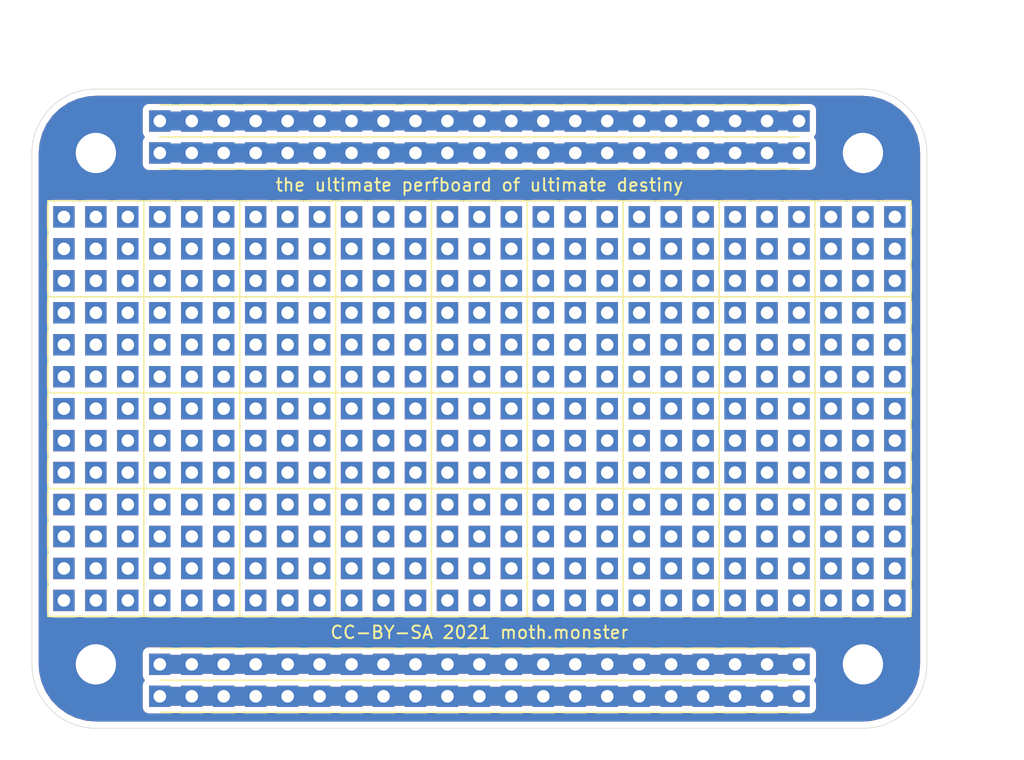
<source format=kicad_pcb>
(kicad_pcb (version 20171130) (host pcbnew 5.1.10)
  (layers (0 F.Cu signal) (31 B.Cu signal) (34 B.Paste user) (35 F.Paste user) (36 B.SilkS user) (37 F.SilkS user) (38 B.Mask user) (39 F.Mask user) (44 Edge.Cuts user))
  (net 0 "")
  (net 1 GND)
  (module MountingHole:MountingHole_3.2mm_M3_Pad (layer F.Cu) (at 175.26 124.46)
    (fp_text reference H4 hide)
    (fp_text value MountingHole_Pad)
    (pad 1 thru_hole circle (at 0 0) (size 6.4 6.4) (drill 3.2) (layers *.Cu *.Mask) (net 1 GND))
  )
  (module MountingHole:MountingHole_3.2mm_M3_Pad (layer F.Cu) (at 175.26 83.82)
    (fp_text reference H3 hide)
    (fp_text value MountingHole_Pad)
    (pad 1 thru_hole circle (at 0 0) (size 6.4 6.4) (drill 3.2) (layers *.Cu *.Mask) (net 1 GND))
  )
  (module MountingHole:MountingHole_3.2mm_M3_Pad (layer F.Cu) (at 114.3 124.46)
    (fp_text reference H2 hide)
    (fp_text value MountingHole_Pad)
    (pad 1 thru_hole circle (at 0 0) (size 6.4 6.4) (drill 3.2) (layers *.Cu *.Mask) (net 1 GND))
  )
  (module MountingHole:MountingHole_3.2mm_M3_Pad (layer F.Cu) (at 114.3 83.82)
    (fp_text reference H1 hide)
    (fp_text value MountingHole_Pad)
    (pad 1 thru_hole circle (at 0 0) (size 6.4 6.4) (drill 3.2) (layers *.Cu *.Mask) (net 1 GND))
  )
  (module Connector_PinHeader_2.54mm:PinHeader_1x01_P2.54mm_Vertical (layer F.Cu) (at 167.64 124.46)
    (fp_text reference REF** hide)
    (fp_text value PinHeader_1x01_P2.54mm_Vertical hide)
    (pad 1 thru_hole rect (at 0 0) (size 1.7 1.7) (drill 1) (layers *.Cu *.Mask))
  )
  (module Connector_PinHeader_2.54mm:PinHeader_1x01_P2.54mm_Vertical (layer F.Cu) (at 165.1 124.46)
    (fp_text reference REF** hide)
    (fp_text value PinHeader_1x01_P2.54mm_Vertical hide)
    (pad 1 thru_hole rect (at 0 0) (size 1.7 1.7) (drill 1) (layers *.Cu *.Mask))
  )
  (module Connector_PinHeader_2.54mm:PinHeader_1x01_P2.54mm_Vertical (layer F.Cu) (at 137.16 127)
    (fp_text reference REF** hide)
    (fp_text value PinHeader_1x01_P2.54mm_Vertical hide)
    (pad 1 thru_hole rect (at 0 0) (size 1.7 1.7) (drill 1) (layers *.Cu *.Mask))
  )
  (module Connector_PinHeader_2.54mm:PinHeader_1x01_P2.54mm_Vertical (layer F.Cu) (at 165.1 127)
    (fp_text reference REF** hide)
    (fp_text value PinHeader_1x01_P2.54mm_Vertical hide)
    (pad 1 thru_hole rect (at 0 0) (size 1.7 1.7) (drill 1) (layers *.Cu *.Mask))
  )
  (module Connector_PinHeader_2.54mm:PinHeader_1x01_P2.54mm_Vertical (layer F.Cu) (at 132.08 124.46)
    (fp_text reference REF** hide)
    (fp_text value PinHeader_1x01_P2.54mm_Vertical hide)
    (pad 1 thru_hole rect (at 0 0) (size 1.7 1.7) (drill 1) (layers *.Cu *.Mask))
  )
  (module Connector_PinHeader_2.54mm:PinHeader_1x01_P2.54mm_Vertical (layer F.Cu) (at 142.24 127)
    (fp_text reference REF** hide)
    (fp_text value PinHeader_1x01_P2.54mm_Vertical hide)
    (pad 1 thru_hole rect (at 0 0) (size 1.7 1.7) (drill 1) (layers *.Cu *.Mask))
  )
  (module Connector_PinHeader_2.54mm:PinHeader_1x01_P2.54mm_Vertical (layer F.Cu) (at 142.24 124.46)
    (fp_text reference REF** hide)
    (fp_text value PinHeader_1x01_P2.54mm_Vertical hide)
    (pad 1 thru_hole rect (at 0 0) (size 1.7 1.7) (drill 1) (layers *.Cu *.Mask))
  )
  (module Connector_PinHeader_2.54mm:PinHeader_1x01_P2.54mm_Vertical (layer F.Cu) (at 167.64 127)
    (fp_text reference REF** hide)
    (fp_text value PinHeader_1x01_P2.54mm_Vertical hide)
    (pad 1 thru_hole rect (at 0 0) (size 1.7 1.7) (drill 1) (layers *.Cu *.Mask))
  )
  (module Connector_PinHeader_2.54mm:PinHeader_1x01_P2.54mm_Vertical (layer F.Cu) (at 162.56 124.46)
    (fp_text reference REF** hide)
    (fp_text value PinHeader_1x01_P2.54mm_Vertical hide)
    (pad 1 thru_hole rect (at 0 0) (size 1.7 1.7) (drill 1) (layers *.Cu *.Mask))
  )
  (module Connector_PinHeader_2.54mm:PinHeader_1x01_P2.54mm_Vertical (layer F.Cu) (at 147.32 124.46)
    (fp_text reference REF** hide)
    (fp_text value PinHeader_1x01_P2.54mm_Vertical hide)
    (pad 1 thru_hole rect (at 0 0) (size 1.7 1.7) (drill 1) (layers *.Cu *.Mask))
  )
  (module Connector_PinHeader_2.54mm:PinHeader_1x01_P2.54mm_Vertical (layer F.Cu) (at 129.54 124.46)
    (fp_text reference REF** hide)
    (fp_text value PinHeader_1x01_P2.54mm_Vertical hide)
    (pad 1 thru_hole rect (at 0 0) (size 1.7 1.7) (drill 1) (layers *.Cu *.Mask))
  )
  (module Connector_PinHeader_2.54mm:PinHeader_1x01_P2.54mm_Vertical (layer F.Cu) (at 160.02 124.46)
    (fp_text reference REF** hide)
    (fp_text value PinHeader_1x01_P2.54mm_Vertical hide)
    (pad 1 thru_hole rect (at 0 0) (size 1.7 1.7) (drill 1) (layers *.Cu *.Mask))
  )
  (module Connector_PinHeader_2.54mm:PinHeader_1x01_P2.54mm_Vertical (layer F.Cu) (at 132.08 127)
    (fp_text reference REF** hide)
    (fp_text value PinHeader_1x01_P2.54mm_Vertical hide)
    (pad 1 thru_hole rect (at 0 0) (size 1.7 1.7) (drill 1) (layers *.Cu *.Mask))
  )
  (module Connector_PinHeader_2.54mm:PinHeader_1x01_P2.54mm_Vertical (layer F.Cu) (at 134.62 124.46)
    (fp_text reference REF** hide)
    (fp_text value PinHeader_1x01_P2.54mm_Vertical hide)
    (pad 1 thru_hole rect (at 0 0) (size 1.7 1.7) (drill 1) (layers *.Cu *.Mask))
  )
  (module Connector_PinHeader_2.54mm:PinHeader_1x01_P2.54mm_Vertical (layer F.Cu) (at 154.94 124.46)
    (fp_text reference REF** hide)
    (fp_text value PinHeader_1x01_P2.54mm_Vertical hide)
    (pad 1 thru_hole rect (at 0 0) (size 1.7 1.7) (drill 1) (layers *.Cu *.Mask))
  )
  (module Connector_PinHeader_2.54mm:PinHeader_1x01_P2.54mm_Vertical (layer F.Cu) (at 170.18 124.46)
    (fp_text reference REF** hide)
    (fp_text value PinHeader_1x01_P2.54mm_Vertical hide)
    (pad 1 thru_hole rect (at 0 0) (size 1.7 1.7) (drill 1) (layers *.Cu *.Mask))
  )
  (module Connector_PinHeader_2.54mm:PinHeader_1x01_P2.54mm_Vertical (layer F.Cu) (at 127 127)
    (fp_text reference REF** hide)
    (fp_text value PinHeader_1x01_P2.54mm_Vertical hide)
    (pad 1 thru_hole rect (at 0 0) (size 1.7 1.7) (drill 1) (layers *.Cu *.Mask))
  )
  (module Connector_PinHeader_2.54mm:PinHeader_1x01_P2.54mm_Vertical (layer F.Cu) (at 127 124.46)
    (fp_text reference REF** hide)
    (fp_text value PinHeader_1x01_P2.54mm_Vertical hide)
    (pad 1 thru_hole rect (at 0 0) (size 1.7 1.7) (drill 1) (layers *.Cu *.Mask))
  )
  (module Connector_PinHeader_2.54mm:PinHeader_1x01_P2.54mm_Vertical (layer F.Cu) (at 121.92 127)
    (fp_text reference REF** hide)
    (fp_text value PinHeader_1x01_P2.54mm_Vertical hide)
    (pad 1 thru_hole rect (at 0 0) (size 1.7 1.7) (drill 1) (layers *.Cu *.Mask))
  )
  (module Connector_PinHeader_2.54mm:PinHeader_1x01_P2.54mm_Vertical (layer F.Cu) (at 160.02 127)
    (fp_text reference REF** hide)
    (fp_text value PinHeader_1x01_P2.54mm_Vertical hide)
    (pad 1 thru_hole rect (at 0 0) (size 1.7 1.7) (drill 1) (layers *.Cu *.Mask))
  )
  (module Connector_PinHeader_2.54mm:PinHeader_1x01_P2.54mm_Vertical (layer F.Cu) (at 170.18 127)
    (fp_text reference REF** hide)
    (fp_text value PinHeader_1x01_P2.54mm_Vertical hide)
    (pad 1 thru_hole rect (at 0 0) (size 1.7 1.7) (drill 1) (layers *.Cu *.Mask))
  )
  (module Connector_PinHeader_2.54mm:PinHeader_1x01_P2.54mm_Vertical (layer F.Cu) (at 144.78 127)
    (fp_text reference REF** hide)
    (fp_text value PinHeader_1x01_P2.54mm_Vertical hide)
    (pad 1 thru_hole rect (at 0 0) (size 1.7 1.7) (drill 1) (layers *.Cu *.Mask))
  )
  (module Connector_PinHeader_2.54mm:PinHeader_1x01_P2.54mm_Vertical (layer F.Cu) (at 121.92 124.46)
    (fp_text reference REF** hide)
    (fp_text value PinHeader_1x01_P2.54mm_Vertical hide)
    (pad 1 thru_hole rect (at 0 0) (size 1.7 1.7) (drill 1) (layers *.Cu *.Mask))
  )
  (module Connector_PinHeader_2.54mm:PinHeader_1x01_P2.54mm_Vertical (layer F.Cu) (at 124.46 127)
    (fp_text reference REF** hide)
    (fp_text value PinHeader_1x01_P2.54mm_Vertical hide)
    (pad 1 thru_hole rect (at 0 0) (size 1.7 1.7) (drill 1) (layers *.Cu *.Mask))
  )
  (module Connector_PinHeader_2.54mm:PinHeader_1x01_P2.54mm_Vertical (layer F.Cu) (at 129.54 127)
    (fp_text reference REF** hide)
    (fp_text value PinHeader_1x01_P2.54mm_Vertical hide)
    (pad 1 thru_hole rect (at 0 0) (size 1.7 1.7) (drill 1) (layers *.Cu *.Mask))
  )
  (module Connector_PinHeader_2.54mm:PinHeader_1x01_P2.54mm_Vertical (layer F.Cu) (at 157.48 124.46)
    (fp_text reference REF** hide)
    (fp_text value PinHeader_1x01_P2.54mm_Vertical hide)
    (pad 1 thru_hole rect (at 0 0) (size 1.7 1.7) (drill 1) (layers *.Cu *.Mask))
  )
  (module Connector_PinHeader_2.54mm:PinHeader_1x01_P2.54mm_Vertical (layer F.Cu) (at 149.86 127)
    (fp_text reference REF** hide)
    (fp_text value PinHeader_1x01_P2.54mm_Vertical hide)
    (pad 1 thru_hole rect (at 0 0) (size 1.7 1.7) (drill 1) (layers *.Cu *.Mask))
  )
  (module Connector_PinHeader_2.54mm:PinHeader_1x01_P2.54mm_Vertical (layer F.Cu) (at 139.7 127)
    (fp_text reference REF** hide)
    (fp_text value PinHeader_1x01_P2.54mm_Vertical hide)
    (pad 1 thru_hole rect (at 0 0) (size 1.7 1.7) (drill 1) (layers *.Cu *.Mask))
  )
  (module Connector_PinHeader_2.54mm:PinHeader_1x01_P2.54mm_Vertical (layer F.Cu) (at 147.32 127)
    (fp_text reference REF** hide)
    (fp_text value PinHeader_1x01_P2.54mm_Vertical hide)
    (pad 1 thru_hole rect (at 0 0) (size 1.7 1.7) (drill 1) (layers *.Cu *.Mask))
  )
  (module Connector_PinHeader_2.54mm:PinHeader_1x01_P2.54mm_Vertical (layer F.Cu) (at 144.78 124.46)
    (fp_text reference REF** hide)
    (fp_text value PinHeader_1x01_P2.54mm_Vertical hide)
    (pad 1 thru_hole rect (at 0 0) (size 1.7 1.7) (drill 1) (layers *.Cu *.Mask))
  )
  (module Connector_PinHeader_2.54mm:PinHeader_1x01_P2.54mm_Vertical (layer F.Cu) (at 119.38 127)
    (fp_text reference REF** hide)
    (fp_text value PinHeader_1x01_P2.54mm_Vertical hide)
    (pad 1 thru_hole rect (at 0 0) (size 1.7 1.7) (drill 1) (layers *.Cu *.Mask))
  )
  (module Connector_PinHeader_2.54mm:PinHeader_1x01_P2.54mm_Vertical (layer F.Cu) (at 152.4 127)
    (fp_text reference REF** hide)
    (fp_text value PinHeader_1x01_P2.54mm_Vertical hide)
    (pad 1 thru_hole rect (at 0 0) (size 1.7 1.7) (drill 1) (layers *.Cu *.Mask))
  )
  (module Connector_PinHeader_2.54mm:PinHeader_1x01_P2.54mm_Vertical (layer F.Cu) (at 124.46 124.46)
    (fp_text reference REF** hide)
    (fp_text value PinHeader_1x01_P2.54mm_Vertical hide)
    (pad 1 thru_hole rect (at 0 0) (size 1.7 1.7) (drill 1) (layers *.Cu *.Mask))
  )
  (module Connector_PinHeader_2.54mm:PinHeader_1x01_P2.54mm_Vertical (layer F.Cu) (at 157.48 127)
    (fp_text reference REF** hide)
    (fp_text value PinHeader_1x01_P2.54mm_Vertical hide)
    (pad 1 thru_hole rect (at 0 0) (size 1.7 1.7) (drill 1) (layers *.Cu *.Mask))
  )
  (module Connector_PinHeader_2.54mm:PinHeader_1x01_P2.54mm_Vertical (layer F.Cu) (at 137.16 124.46)
    (fp_text reference REF** hide)
    (fp_text value PinHeader_1x01_P2.54mm_Vertical hide)
    (pad 1 thru_hole rect (at 0 0) (size 1.7 1.7) (drill 1) (layers *.Cu *.Mask))
  )
  (module Connector_PinHeader_2.54mm:PinHeader_1x01_P2.54mm_Vertical (layer F.Cu) (at 139.7 124.46)
    (fp_text reference REF** hide)
    (fp_text value PinHeader_1x01_P2.54mm_Vertical hide)
    (pad 1 thru_hole rect (at 0 0) (size 1.7 1.7) (drill 1) (layers *.Cu *.Mask))
  )
  (module Connector_PinHeader_2.54mm:PinHeader_1x01_P2.54mm_Vertical (layer F.Cu) (at 162.56 127)
    (fp_text reference REF** hide)
    (fp_text value PinHeader_1x01_P2.54mm_Vertical hide)
    (pad 1 thru_hole rect (at 0 0) (size 1.7 1.7) (drill 1) (layers *.Cu *.Mask))
  )
  (module Connector_PinHeader_2.54mm:PinHeader_1x01_P2.54mm_Vertical (layer F.Cu) (at 134.62 127)
    (fp_text reference REF** hide)
    (fp_text value PinHeader_1x01_P2.54mm_Vertical hide)
    (pad 1 thru_hole rect (at 0 0) (size 1.7 1.7) (drill 1) (layers *.Cu *.Mask))
  )
  (module Connector_PinHeader_2.54mm:PinHeader_1x01_P2.54mm_Vertical (layer F.Cu) (at 154.94 127)
    (fp_text reference REF** hide)
    (fp_text value PinHeader_1x01_P2.54mm_Vertical hide)
    (pad 1 thru_hole rect (at 0 0) (size 1.7 1.7) (drill 1) (layers *.Cu *.Mask))
  )
  (module Connector_PinHeader_2.54mm:PinHeader_1x01_P2.54mm_Vertical (layer F.Cu) (at 119.38 124.46)
    (fp_text reference REF** hide)
    (fp_text value PinHeader_1x01_P2.54mm_Vertical hide)
    (pad 1 thru_hole rect (at 0 0) (size 1.7 1.7) (drill 1) (layers *.Cu *.Mask))
  )
  (module Connector_PinHeader_2.54mm:PinHeader_1x01_P2.54mm_Vertical (layer F.Cu) (at 149.86 124.46)
    (fp_text reference REF** hide)
    (fp_text value PinHeader_1x01_P2.54mm_Vertical hide)
    (pad 1 thru_hole rect (at 0 0) (size 1.7 1.7) (drill 1) (layers *.Cu *.Mask))
  )
  (module Connector_PinHeader_2.54mm:PinHeader_1x01_P2.54mm_Vertical (layer F.Cu) (at 152.4 124.46)
    (fp_text reference REF** hide)
    (fp_text value PinHeader_1x01_P2.54mm_Vertical hide)
    (pad 1 thru_hole rect (at 0 0) (size 1.7 1.7) (drill 1) (layers *.Cu *.Mask))
  )
  (module Connector_PinHeader_2.54mm:PinHeader_1x01_P2.54mm_Vertical (layer F.Cu) (at 170.18 83.82)
    (fp_text reference REF** hide)
    (fp_text value PinHeader_1x01_P2.54mm_Vertical hide)
    (pad 1 thru_hole rect (at 0 0) (size 1.7 1.7) (drill 1) (layers *.Cu *.Mask))
  )
  (module Connector_PinHeader_2.54mm:PinHeader_1x01_P2.54mm_Vertical (layer F.Cu) (at 149.86 81.28)
    (fp_text reference REF** hide)
    (fp_text value PinHeader_1x01_P2.54mm_Vertical hide)
    (pad 1 thru_hole rect (at 0 0) (size 1.7 1.7) (drill 1) (layers *.Cu *.Mask))
  )
  (module Connector_PinHeader_2.54mm:PinHeader_1x01_P2.54mm_Vertical (layer F.Cu) (at 134.62 83.82)
    (fp_text reference REF** hide)
    (fp_text value PinHeader_1x01_P2.54mm_Vertical hide)
    (pad 1 thru_hole rect (at 0 0) (size 1.7 1.7) (drill 1) (layers *.Cu *.Mask))
  )
  (module Connector_PinHeader_2.54mm:PinHeader_1x01_P2.54mm_Vertical (layer F.Cu) (at 160.02 81.28)
    (fp_text reference REF** hide)
    (fp_text value PinHeader_1x01_P2.54mm_Vertical hide)
    (pad 1 thru_hole rect (at 0 0) (size 1.7 1.7) (drill 1) (layers *.Cu *.Mask))
  )
  (module Connector_PinHeader_2.54mm:PinHeader_1x01_P2.54mm_Vertical (layer F.Cu) (at 121.92 81.28)
    (fp_text reference REF** hide)
    (fp_text value PinHeader_1x01_P2.54mm_Vertical hide)
    (pad 1 thru_hole rect (at 0 0) (size 1.7 1.7) (drill 1) (layers *.Cu *.Mask))
  )
  (module Connector_PinHeader_2.54mm:PinHeader_1x01_P2.54mm_Vertical (layer F.Cu) (at 160.02 83.82)
    (fp_text reference REF** hide)
    (fp_text value PinHeader_1x01_P2.54mm_Vertical hide)
    (pad 1 thru_hole rect (at 0 0) (size 1.7 1.7) (drill 1) (layers *.Cu *.Mask))
  )
  (module Connector_PinHeader_2.54mm:PinHeader_1x01_P2.54mm_Vertical (layer F.Cu) (at 157.48 81.28)
    (fp_text reference REF** hide)
    (fp_text value PinHeader_1x01_P2.54mm_Vertical hide)
    (pad 1 thru_hole rect (at 0 0) (size 1.7 1.7) (drill 1) (layers *.Cu *.Mask))
  )
  (module Connector_PinHeader_2.54mm:PinHeader_1x01_P2.54mm_Vertical (layer F.Cu) (at 152.4 83.82)
    (fp_text reference REF** hide)
    (fp_text value PinHeader_1x01_P2.54mm_Vertical hide)
    (pad 1 thru_hole rect (at 0 0) (size 1.7 1.7) (drill 1) (layers *.Cu *.Mask))
  )
  (module Connector_PinHeader_2.54mm:PinHeader_1x01_P2.54mm_Vertical (layer F.Cu) (at 121.92 83.82)
    (fp_text reference REF** hide)
    (fp_text value PinHeader_1x01_P2.54mm_Vertical hide)
    (pad 1 thru_hole rect (at 0 0) (size 1.7 1.7) (drill 1) (layers *.Cu *.Mask))
  )
  (module Connector_PinHeader_2.54mm:PinHeader_1x01_P2.54mm_Vertical (layer F.Cu) (at 162.56 83.82)
    (fp_text reference REF** hide)
    (fp_text value PinHeader_1x01_P2.54mm_Vertical hide)
    (pad 1 thru_hole rect (at 0 0) (size 1.7 1.7) (drill 1) (layers *.Cu *.Mask))
  )
  (module Connector_PinHeader_2.54mm:PinHeader_1x01_P2.54mm_Vertical (layer F.Cu) (at 154.94 81.28)
    (fp_text reference REF** hide)
    (fp_text value PinHeader_1x01_P2.54mm_Vertical hide)
    (pad 1 thru_hole rect (at 0 0) (size 1.7 1.7) (drill 1) (layers *.Cu *.Mask))
  )
  (module Connector_PinHeader_2.54mm:PinHeader_1x01_P2.54mm_Vertical (layer F.Cu) (at 127 81.28)
    (fp_text reference REF** hide)
    (fp_text value PinHeader_1x01_P2.54mm_Vertical hide)
    (pad 1 thru_hole rect (at 0 0) (size 1.7 1.7) (drill 1) (layers *.Cu *.Mask))
  )
  (module Connector_PinHeader_2.54mm:PinHeader_1x01_P2.54mm_Vertical (layer F.Cu) (at 124.46 81.28)
    (fp_text reference REF** hide)
    (fp_text value PinHeader_1x01_P2.54mm_Vertical hide)
    (pad 1 thru_hole rect (at 0 0) (size 1.7 1.7) (drill 1) (layers *.Cu *.Mask))
  )
  (module Connector_PinHeader_2.54mm:PinHeader_1x01_P2.54mm_Vertical (layer F.Cu) (at 157.48 83.82)
    (fp_text reference REF** hide)
    (fp_text value PinHeader_1x01_P2.54mm_Vertical hide)
    (pad 1 thru_hole rect (at 0 0) (size 1.7 1.7) (drill 1) (layers *.Cu *.Mask))
  )
  (module Connector_PinHeader_2.54mm:PinHeader_1x01_P2.54mm_Vertical (layer F.Cu) (at 149.86 83.82)
    (fp_text reference REF** hide)
    (fp_text value PinHeader_1x01_P2.54mm_Vertical hide)
    (pad 1 thru_hole rect (at 0 0) (size 1.7 1.7) (drill 1) (layers *.Cu *.Mask))
  )
  (module Connector_PinHeader_2.54mm:PinHeader_1x01_P2.54mm_Vertical (layer F.Cu) (at 147.32 83.82)
    (fp_text reference REF** hide)
    (fp_text value PinHeader_1x01_P2.54mm_Vertical hide)
    (pad 1 thru_hole rect (at 0 0) (size 1.7 1.7) (drill 1) (layers *.Cu *.Mask))
  )
  (module Connector_PinHeader_2.54mm:PinHeader_1x01_P2.54mm_Vertical (layer F.Cu) (at 132.08 81.28)
    (fp_text reference REF** hide)
    (fp_text value PinHeader_1x01_P2.54mm_Vertical hide)
    (pad 1 thru_hole rect (at 0 0) (size 1.7 1.7) (drill 1) (layers *.Cu *.Mask))
  )
  (module Connector_PinHeader_2.54mm:PinHeader_1x01_P2.54mm_Vertical (layer F.Cu) (at 144.78 83.82)
    (fp_text reference REF** hide)
    (fp_text value PinHeader_1x01_P2.54mm_Vertical hide)
    (pad 1 thru_hole rect (at 0 0) (size 1.7 1.7) (drill 1) (layers *.Cu *.Mask))
  )
  (module Connector_PinHeader_2.54mm:PinHeader_1x01_P2.54mm_Vertical (layer F.Cu) (at 154.94 83.82)
    (fp_text reference REF** hide)
    (fp_text value PinHeader_1x01_P2.54mm_Vertical hide)
    (pad 1 thru_hole rect (at 0 0) (size 1.7 1.7) (drill 1) (layers *.Cu *.Mask))
  )
  (module Connector_PinHeader_2.54mm:PinHeader_1x01_P2.54mm_Vertical (layer F.Cu) (at 139.7 81.28)
    (fp_text reference REF** hide)
    (fp_text value PinHeader_1x01_P2.54mm_Vertical hide)
    (pad 1 thru_hole rect (at 0 0) (size 1.7 1.7) (drill 1) (layers *.Cu *.Mask))
  )
  (module Connector_PinHeader_2.54mm:PinHeader_1x01_P2.54mm_Vertical (layer F.Cu) (at 119.38 81.28)
    (fp_text reference REF** hide)
    (fp_text value PinHeader_1x01_P2.54mm_Vertical hide)
    (pad 1 thru_hole rect (at 0 0) (size 1.7 1.7) (drill 1) (layers *.Cu *.Mask))
  )
  (module Connector_PinHeader_2.54mm:PinHeader_1x01_P2.54mm_Vertical (layer F.Cu) (at 165.1 83.82)
    (fp_text reference REF** hide)
    (fp_text value PinHeader_1x01_P2.54mm_Vertical hide)
    (pad 1 thru_hole rect (at 0 0) (size 1.7 1.7) (drill 1) (layers *.Cu *.Mask))
  )
  (module Connector_PinHeader_2.54mm:PinHeader_1x01_P2.54mm_Vertical (layer F.Cu) (at 132.08 83.82)
    (fp_text reference REF** hide)
    (fp_text value PinHeader_1x01_P2.54mm_Vertical hide)
    (pad 1 thru_hole rect (at 0 0) (size 1.7 1.7) (drill 1) (layers *.Cu *.Mask))
  )
  (module Connector_PinHeader_2.54mm:PinHeader_1x01_P2.54mm_Vertical (layer F.Cu) (at 139.7 83.82)
    (fp_text reference REF** hide)
    (fp_text value PinHeader_1x01_P2.54mm_Vertical hide)
    (pad 1 thru_hole rect (at 0 0) (size 1.7 1.7) (drill 1) (layers *.Cu *.Mask))
  )
  (module Connector_PinHeader_2.54mm:PinHeader_1x01_P2.54mm_Vertical (layer F.Cu) (at 129.54 83.82)
    (fp_text reference REF** hide)
    (fp_text value PinHeader_1x01_P2.54mm_Vertical hide)
    (pad 1 thru_hole rect (at 0 0) (size 1.7 1.7) (drill 1) (layers *.Cu *.Mask))
  )
  (module Connector_PinHeader_2.54mm:PinHeader_1x01_P2.54mm_Vertical (layer F.Cu) (at 165.1 81.28)
    (fp_text reference REF** hide)
    (fp_text value PinHeader_1x01_P2.54mm_Vertical hide)
    (pad 1 thru_hole rect (at 0 0) (size 1.7 1.7) (drill 1) (layers *.Cu *.Mask))
  )
  (module Connector_PinHeader_2.54mm:PinHeader_1x01_P2.54mm_Vertical (layer F.Cu) (at 167.64 81.28)
    (fp_text reference REF** hide)
    (fp_text value PinHeader_1x01_P2.54mm_Vertical hide)
    (pad 1 thru_hole rect (at 0 0) (size 1.7 1.7) (drill 1) (layers *.Cu *.Mask))
  )
  (module Connector_PinHeader_2.54mm:PinHeader_1x01_P2.54mm_Vertical (layer F.Cu) (at 170.18 81.28)
    (fp_text reference REF** hide)
    (fp_text value PinHeader_1x01_P2.54mm_Vertical hide)
    (pad 1 thru_hole rect (at 0 0) (size 1.7 1.7) (drill 1) (layers *.Cu *.Mask))
  )
  (module Connector_PinHeader_2.54mm:PinHeader_1x01_P2.54mm_Vertical (layer F.Cu) (at 147.32 81.28)
    (fp_text reference REF** hide)
    (fp_text value PinHeader_1x01_P2.54mm_Vertical hide)
    (pad 1 thru_hole rect (at 0 0) (size 1.7 1.7) (drill 1) (layers *.Cu *.Mask))
  )
  (module Connector_PinHeader_2.54mm:PinHeader_1x01_P2.54mm_Vertical (layer F.Cu) (at 167.64 83.82)
    (fp_text reference REF** hide)
    (fp_text value PinHeader_1x01_P2.54mm_Vertical hide)
    (pad 1 thru_hole rect (at 0 0) (size 1.7 1.7) (drill 1) (layers *.Cu *.Mask))
  )
  (module Connector_PinHeader_2.54mm:PinHeader_1x01_P2.54mm_Vertical (layer F.Cu) (at 119.38 83.82)
    (fp_text reference REF** hide)
    (fp_text value PinHeader_1x01_P2.54mm_Vertical hide)
    (pad 1 thru_hole rect (at 0 0) (size 1.7 1.7) (drill 1) (layers *.Cu *.Mask))
  )
  (module Connector_PinHeader_2.54mm:PinHeader_1x01_P2.54mm_Vertical (layer F.Cu) (at 152.4 81.28)
    (fp_text reference REF** hide)
    (fp_text value PinHeader_1x01_P2.54mm_Vertical hide)
    (pad 1 thru_hole rect (at 0 0) (size 1.7 1.7) (drill 1) (layers *.Cu *.Mask))
  )
  (module Connector_PinHeader_2.54mm:PinHeader_1x01_P2.54mm_Vertical (layer F.Cu) (at 162.56 81.28)
    (fp_text reference REF** hide)
    (fp_text value PinHeader_1x01_P2.54mm_Vertical hide)
    (pad 1 thru_hole rect (at 0 0) (size 1.7 1.7) (drill 1) (layers *.Cu *.Mask))
  )
  (module Connector_PinHeader_2.54mm:PinHeader_1x01_P2.54mm_Vertical (layer F.Cu) (at 134.62 81.28)
    (fp_text reference REF** hide)
    (fp_text value PinHeader_1x01_P2.54mm_Vertical hide)
    (pad 1 thru_hole rect (at 0 0) (size 1.7 1.7) (drill 1) (layers *.Cu *.Mask))
  )
  (module Connector_PinHeader_2.54mm:PinHeader_1x01_P2.54mm_Vertical (layer F.Cu) (at 137.16 81.28)
    (fp_text reference REF** hide)
    (fp_text value PinHeader_1x01_P2.54mm_Vertical hide)
    (pad 1 thru_hole rect (at 0 0) (size 1.7 1.7) (drill 1) (layers *.Cu *.Mask))
  )
  (module Connector_PinHeader_2.54mm:PinHeader_1x01_P2.54mm_Vertical (layer F.Cu) (at 124.46 83.82)
    (fp_text reference REF** hide)
    (fp_text value PinHeader_1x01_P2.54mm_Vertical hide)
    (pad 1 thru_hole rect (at 0 0) (size 1.7 1.7) (drill 1) (layers *.Cu *.Mask))
  )
  (module Connector_PinHeader_2.54mm:PinHeader_1x01_P2.54mm_Vertical (layer F.Cu) (at 127 83.82)
    (fp_text reference REF** hide)
    (fp_text value PinHeader_1x01_P2.54mm_Vertical hide)
    (pad 1 thru_hole rect (at 0 0) (size 1.7 1.7) (drill 1) (layers *.Cu *.Mask))
  )
  (module Connector_PinHeader_2.54mm:PinHeader_1x01_P2.54mm_Vertical (layer F.Cu) (at 142.24 83.82)
    (fp_text reference REF** hide)
    (fp_text value PinHeader_1x01_P2.54mm_Vertical hide)
    (pad 1 thru_hole rect (at 0 0) (size 1.7 1.7) (drill 1) (layers *.Cu *.Mask))
  )
  (module Connector_PinHeader_2.54mm:PinHeader_1x01_P2.54mm_Vertical (layer F.Cu) (at 129.54 81.28)
    (fp_text reference REF** hide)
    (fp_text value PinHeader_1x01_P2.54mm_Vertical hide)
    (pad 1 thru_hole rect (at 0 0) (size 1.7 1.7) (drill 1) (layers *.Cu *.Mask))
  )
  (module Connector_PinHeader_2.54mm:PinHeader_1x01_P2.54mm_Vertical (layer F.Cu) (at 142.24 81.28)
    (fp_text reference REF** hide)
    (fp_text value PinHeader_1x01_P2.54mm_Vertical hide)
    (pad 1 thru_hole rect (at 0 0) (size 1.7 1.7) (drill 1) (layers *.Cu *.Mask))
  )
  (module Connector_PinHeader_2.54mm:PinHeader_1x01_P2.54mm_Vertical (layer F.Cu) (at 144.78 81.28)
    (fp_text reference REF** hide)
    (fp_text value PinHeader_1x01_P2.54mm_Vertical hide)
    (pad 1 thru_hole rect (at 0 0) (size 1.7 1.7) (drill 1) (layers *.Cu *.Mask))
  )
  (module Connector_PinHeader_2.54mm:PinHeader_1x01_P2.54mm_Vertical (layer F.Cu) (at 137.16 83.82)
    (fp_text reference REF** hide)
    (fp_text value PinHeader_1x01_P2.54mm_Vertical hide)
    (pad 1 thru_hole rect (at 0 0) (size 1.7 1.7) (drill 1) (layers *.Cu *.Mask))
  )
  (module Connector_PinHeader_2.54mm:PinHeader_1x01_P2.54mm_Vertical (layer F.Cu) (at 177.8 106.68)
    (fp_text reference REF** hide)
    (fp_text value PinHeader_1x01_P2.54mm_Vertical hide)
    (pad 1 thru_hole rect (at 0 0) (size 1.7 1.7) (drill 1) (layers *.Cu *.Mask))
  )
  (module Connector_PinHeader_2.54mm:PinHeader_1x01_P2.54mm_Vertical (layer F.Cu) (at 177.8 93.98)
    (fp_text reference REF** hide)
    (fp_text value PinHeader_1x01_P2.54mm_Vertical hide)
    (pad 1 thru_hole rect (at 0 0) (size 1.7 1.7) (drill 1) (layers *.Cu *.Mask))
  )
  (module Connector_PinHeader_2.54mm:PinHeader_1x01_P2.54mm_Vertical (layer F.Cu) (at 177.8 119.38)
    (fp_text reference REF** hide)
    (fp_text value PinHeader_1x01_P2.54mm_Vertical hide)
    (pad 1 thru_hole rect (at 0 0) (size 1.7 1.7) (drill 1) (layers *.Cu *.Mask))
  )
  (module Connector_PinHeader_2.54mm:PinHeader_1x01_P2.54mm_Vertical (layer F.Cu) (at 177.8 99.06)
    (fp_text reference REF** hide)
    (fp_text value PinHeader_1x01_P2.54mm_Vertical hide)
    (pad 1 thru_hole rect (at 0 0) (size 1.7 1.7) (drill 1) (layers *.Cu *.Mask))
  )
  (module Connector_PinHeader_2.54mm:PinHeader_1x01_P2.54mm_Vertical (layer F.Cu) (at 177.8 96.52)
    (fp_text reference REF** hide)
    (fp_text value PinHeader_1x01_P2.54mm_Vertical hide)
    (pad 1 thru_hole rect (at 0 0) (size 1.7 1.7) (drill 1) (layers *.Cu *.Mask))
  )
  (module Connector_PinHeader_2.54mm:PinHeader_1x01_P2.54mm_Vertical (layer F.Cu) (at 177.8 104.14)
    (fp_text reference REF** hide)
    (fp_text value PinHeader_1x01_P2.54mm_Vertical hide)
    (pad 1 thru_hole rect (at 0 0) (size 1.7 1.7) (drill 1) (layers *.Cu *.Mask))
  )
  (module Connector_PinHeader_2.54mm:PinHeader_1x01_P2.54mm_Vertical (layer F.Cu) (at 177.8 109.22)
    (fp_text reference REF** hide)
    (fp_text value PinHeader_1x01_P2.54mm_Vertical hide)
    (pad 1 thru_hole rect (at 0 0) (size 1.7 1.7) (drill 1) (layers *.Cu *.Mask))
  )
  (module Connector_PinHeader_2.54mm:PinHeader_1x01_P2.54mm_Vertical (layer F.Cu) (at 177.8 101.6)
    (fp_text reference REF** hide)
    (fp_text value PinHeader_1x01_P2.54mm_Vertical hide)
    (pad 1 thru_hole rect (at 0 0) (size 1.7 1.7) (drill 1) (layers *.Cu *.Mask))
  )
  (module Connector_PinHeader_2.54mm:PinHeader_1x01_P2.54mm_Vertical (layer F.Cu) (at 177.8 116.84)
    (fp_text reference REF** hide)
    (fp_text value PinHeader_1x01_P2.54mm_Vertical hide)
    (pad 1 thru_hole rect (at 0 0) (size 1.7 1.7) (drill 1) (layers *.Cu *.Mask))
  )
  (module Connector_PinHeader_2.54mm:PinHeader_1x01_P2.54mm_Vertical (layer F.Cu) (at 177.8 91.44)
    (fp_text reference REF** hide)
    (fp_text value PinHeader_1x01_P2.54mm_Vertical hide)
    (pad 1 thru_hole rect (at 0 0) (size 1.7 1.7) (drill 1) (layers *.Cu *.Mask))
  )
  (module Connector_PinHeader_2.54mm:PinHeader_1x01_P2.54mm_Vertical (layer F.Cu) (at 177.8 88.9)
    (fp_text reference REF** hide)
    (fp_text value PinHeader_1x01_P2.54mm_Vertical hide)
    (pad 1 thru_hole rect (at 0 0) (size 1.7 1.7) (drill 1) (layers *.Cu *.Mask))
  )
  (module Connector_PinHeader_2.54mm:PinHeader_1x01_P2.54mm_Vertical (layer F.Cu) (at 177.8 111.76)
    (fp_text reference REF** hide)
    (fp_text value PinHeader_1x01_P2.54mm_Vertical hide)
    (pad 1 thru_hole rect (at 0 0) (size 1.7 1.7) (drill 1) (layers *.Cu *.Mask))
  )
  (module Connector_PinHeader_2.54mm:PinHeader_1x01_P2.54mm_Vertical (layer F.Cu) (at 177.8 114.3)
    (fp_text reference REF** hide)
    (fp_text value PinHeader_1x01_P2.54mm_Vertical hide)
    (pad 1 thru_hole rect (at 0 0) (size 1.7 1.7) (drill 1) (layers *.Cu *.Mask))
  )
  (module Connector_PinHeader_2.54mm:PinHeader_1x01_P2.54mm_Vertical (layer F.Cu) (at 175.26 106.68)
    (fp_text reference REF** hide)
    (fp_text value PinHeader_1x01_P2.54mm_Vertical hide)
    (pad 1 thru_hole rect (at 0 0) (size 1.7 1.7) (drill 1) (layers *.Cu *.Mask))
  )
  (module Connector_PinHeader_2.54mm:PinHeader_1x01_P2.54mm_Vertical (layer F.Cu) (at 175.26 93.98)
    (fp_text reference REF** hide)
    (fp_text value PinHeader_1x01_P2.54mm_Vertical hide)
    (pad 1 thru_hole rect (at 0 0) (size 1.7 1.7) (drill 1) (layers *.Cu *.Mask))
  )
  (module Connector_PinHeader_2.54mm:PinHeader_1x01_P2.54mm_Vertical (layer F.Cu) (at 175.26 119.38)
    (fp_text reference REF** hide)
    (fp_text value PinHeader_1x01_P2.54mm_Vertical hide)
    (pad 1 thru_hole rect (at 0 0) (size 1.7 1.7) (drill 1) (layers *.Cu *.Mask))
  )
  (module Connector_PinHeader_2.54mm:PinHeader_1x01_P2.54mm_Vertical (layer F.Cu) (at 175.26 99.06)
    (fp_text reference REF** hide)
    (fp_text value PinHeader_1x01_P2.54mm_Vertical hide)
    (pad 1 thru_hole rect (at 0 0) (size 1.7 1.7) (drill 1) (layers *.Cu *.Mask))
  )
  (module Connector_PinHeader_2.54mm:PinHeader_1x01_P2.54mm_Vertical (layer F.Cu) (at 175.26 96.52)
    (fp_text reference REF** hide)
    (fp_text value PinHeader_1x01_P2.54mm_Vertical hide)
    (pad 1 thru_hole rect (at 0 0) (size 1.7 1.7) (drill 1) (layers *.Cu *.Mask))
  )
  (module Connector_PinHeader_2.54mm:PinHeader_1x01_P2.54mm_Vertical (layer F.Cu) (at 175.26 104.14)
    (fp_text reference REF** hide)
    (fp_text value PinHeader_1x01_P2.54mm_Vertical hide)
    (pad 1 thru_hole rect (at 0 0) (size 1.7 1.7) (drill 1) (layers *.Cu *.Mask))
  )
  (module Connector_PinHeader_2.54mm:PinHeader_1x01_P2.54mm_Vertical (layer F.Cu) (at 175.26 109.22)
    (fp_text reference REF** hide)
    (fp_text value PinHeader_1x01_P2.54mm_Vertical hide)
    (pad 1 thru_hole rect (at 0 0) (size 1.7 1.7) (drill 1) (layers *.Cu *.Mask))
  )
  (module Connector_PinHeader_2.54mm:PinHeader_1x01_P2.54mm_Vertical (layer F.Cu) (at 175.26 101.6)
    (fp_text reference REF** hide)
    (fp_text value PinHeader_1x01_P2.54mm_Vertical hide)
    (pad 1 thru_hole rect (at 0 0) (size 1.7 1.7) (drill 1) (layers *.Cu *.Mask))
  )
  (module Connector_PinHeader_2.54mm:PinHeader_1x01_P2.54mm_Vertical (layer F.Cu) (at 175.26 116.84)
    (fp_text reference REF** hide)
    (fp_text value PinHeader_1x01_P2.54mm_Vertical hide)
    (pad 1 thru_hole rect (at 0 0) (size 1.7 1.7) (drill 1) (layers *.Cu *.Mask))
  )
  (module Connector_PinHeader_2.54mm:PinHeader_1x01_P2.54mm_Vertical (layer F.Cu) (at 175.26 91.44)
    (fp_text reference REF** hide)
    (fp_text value PinHeader_1x01_P2.54mm_Vertical hide)
    (pad 1 thru_hole rect (at 0 0) (size 1.7 1.7) (drill 1) (layers *.Cu *.Mask))
  )
  (module Connector_PinHeader_2.54mm:PinHeader_1x01_P2.54mm_Vertical (layer F.Cu) (at 175.26 88.9)
    (fp_text reference REF** hide)
    (fp_text value PinHeader_1x01_P2.54mm_Vertical hide)
    (pad 1 thru_hole rect (at 0 0) (size 1.7 1.7) (drill 1) (layers *.Cu *.Mask))
  )
  (module Connector_PinHeader_2.54mm:PinHeader_1x01_P2.54mm_Vertical (layer F.Cu) (at 175.26 111.76)
    (fp_text reference REF** hide)
    (fp_text value PinHeader_1x01_P2.54mm_Vertical hide)
    (pad 1 thru_hole rect (at 0 0) (size 1.7 1.7) (drill 1) (layers *.Cu *.Mask))
  )
  (module Connector_PinHeader_2.54mm:PinHeader_1x01_P2.54mm_Vertical (layer F.Cu) (at 175.26 114.3)
    (fp_text reference REF** hide)
    (fp_text value PinHeader_1x01_P2.54mm_Vertical hide)
    (pad 1 thru_hole rect (at 0 0) (size 1.7 1.7) (drill 1) (layers *.Cu *.Mask))
  )
  (module Connector_PinHeader_2.54mm:PinHeader_1x01_P2.54mm_Vertical (layer F.Cu) (at 111.76 106.68)
    (fp_text reference REF** hide)
    (fp_text value PinHeader_1x01_P2.54mm_Vertical hide)
    (pad 1 thru_hole rect (at 0 0) (size 1.7 1.7) (drill 1) (layers *.Cu *.Mask))
  )
  (module Connector_PinHeader_2.54mm:PinHeader_1x01_P2.54mm_Vertical (layer F.Cu) (at 111.76 93.98)
    (fp_text reference REF** hide)
    (fp_text value PinHeader_1x01_P2.54mm_Vertical hide)
    (pad 1 thru_hole rect (at 0 0) (size 1.7 1.7) (drill 1) (layers *.Cu *.Mask))
  )
  (module Connector_PinHeader_2.54mm:PinHeader_1x01_P2.54mm_Vertical (layer F.Cu) (at 111.76 119.38)
    (fp_text reference REF** hide)
    (fp_text value PinHeader_1x01_P2.54mm_Vertical hide)
    (pad 1 thru_hole rect (at 0 0) (size 1.7 1.7) (drill 1) (layers *.Cu *.Mask))
  )
  (module Connector_PinHeader_2.54mm:PinHeader_1x01_P2.54mm_Vertical (layer F.Cu) (at 111.76 99.06)
    (fp_text reference REF** hide)
    (fp_text value PinHeader_1x01_P2.54mm_Vertical hide)
    (pad 1 thru_hole rect (at 0 0) (size 1.7 1.7) (drill 1) (layers *.Cu *.Mask))
  )
  (module Connector_PinHeader_2.54mm:PinHeader_1x01_P2.54mm_Vertical (layer F.Cu) (at 111.76 96.52)
    (fp_text reference REF** hide)
    (fp_text value PinHeader_1x01_P2.54mm_Vertical hide)
    (pad 1 thru_hole rect (at 0 0) (size 1.7 1.7) (drill 1) (layers *.Cu *.Mask))
  )
  (module Connector_PinHeader_2.54mm:PinHeader_1x01_P2.54mm_Vertical (layer F.Cu) (at 111.76 104.14)
    (fp_text reference REF** hide)
    (fp_text value PinHeader_1x01_P2.54mm_Vertical hide)
    (pad 1 thru_hole rect (at 0 0) (size 1.7 1.7) (drill 1) (layers *.Cu *.Mask))
  )
  (module Connector_PinHeader_2.54mm:PinHeader_1x01_P2.54mm_Vertical (layer F.Cu) (at 111.76 109.22)
    (fp_text reference REF** hide)
    (fp_text value PinHeader_1x01_P2.54mm_Vertical hide)
    (pad 1 thru_hole rect (at 0 0) (size 1.7 1.7) (drill 1) (layers *.Cu *.Mask))
  )
  (module Connector_PinHeader_2.54mm:PinHeader_1x01_P2.54mm_Vertical (layer F.Cu) (at 111.76 101.6)
    (fp_text reference REF** hide)
    (fp_text value PinHeader_1x01_P2.54mm_Vertical hide)
    (pad 1 thru_hole rect (at 0 0) (size 1.7 1.7) (drill 1) (layers *.Cu *.Mask))
  )
  (module Connector_PinHeader_2.54mm:PinHeader_1x01_P2.54mm_Vertical (layer F.Cu) (at 111.76 116.84)
    (fp_text reference REF** hide)
    (fp_text value PinHeader_1x01_P2.54mm_Vertical hide)
    (pad 1 thru_hole rect (at 0 0) (size 1.7 1.7) (drill 1) (layers *.Cu *.Mask))
  )
  (module Connector_PinHeader_2.54mm:PinHeader_1x01_P2.54mm_Vertical (layer F.Cu) (at 111.76 91.44)
    (fp_text reference REF** hide)
    (fp_text value PinHeader_1x01_P2.54mm_Vertical hide)
    (pad 1 thru_hole rect (at 0 0) (size 1.7 1.7) (drill 1) (layers *.Cu *.Mask))
  )
  (module Connector_PinHeader_2.54mm:PinHeader_1x01_P2.54mm_Vertical (layer F.Cu) (at 111.76 88.9)
    (fp_text reference REF** hide)
    (fp_text value PinHeader_1x01_P2.54mm_Vertical hide)
    (pad 1 thru_hole rect (at 0 0) (size 1.7 1.7) (drill 1) (layers *.Cu *.Mask))
  )
  (module Connector_PinHeader_2.54mm:PinHeader_1x01_P2.54mm_Vertical (layer F.Cu) (at 111.76 111.76)
    (fp_text reference REF** hide)
    (fp_text value PinHeader_1x01_P2.54mm_Vertical hide)
    (pad 1 thru_hole rect (at 0 0) (size 1.7 1.7) (drill 1) (layers *.Cu *.Mask))
  )
  (module Connector_PinHeader_2.54mm:PinHeader_1x01_P2.54mm_Vertical (layer F.Cu) (at 111.76 114.3)
    (fp_text reference REF** hide)
    (fp_text value PinHeader_1x01_P2.54mm_Vertical hide)
    (pad 1 thru_hole rect (at 0 0) (size 1.7 1.7) (drill 1) (layers *.Cu *.Mask))
  )
  (module Connector_PinHeader_2.54mm:PinHeader_1x01_P2.54mm_Vertical (layer F.Cu) (at 114.3 106.68)
    (fp_text reference REF** hide)
    (fp_text value PinHeader_1x01_P2.54mm_Vertical hide)
    (pad 1 thru_hole rect (at 0 0) (size 1.7 1.7) (drill 1) (layers *.Cu *.Mask))
  )
  (module Connector_PinHeader_2.54mm:PinHeader_1x01_P2.54mm_Vertical (layer F.Cu) (at 114.3 93.98)
    (fp_text reference REF** hide)
    (fp_text value PinHeader_1x01_P2.54mm_Vertical hide)
    (pad 1 thru_hole rect (at 0 0) (size 1.7 1.7) (drill 1) (layers *.Cu *.Mask))
  )
  (module Connector_PinHeader_2.54mm:PinHeader_1x01_P2.54mm_Vertical (layer F.Cu) (at 114.3 119.38)
    (fp_text reference REF** hide)
    (fp_text value PinHeader_1x01_P2.54mm_Vertical hide)
    (pad 1 thru_hole rect (at 0 0) (size 1.7 1.7) (drill 1) (layers *.Cu *.Mask))
  )
  (module Connector_PinHeader_2.54mm:PinHeader_1x01_P2.54mm_Vertical (layer F.Cu) (at 114.3 99.06)
    (fp_text reference REF** hide)
    (fp_text value PinHeader_1x01_P2.54mm_Vertical hide)
    (pad 1 thru_hole rect (at 0 0) (size 1.7 1.7) (drill 1) (layers *.Cu *.Mask))
  )
  (module Connector_PinHeader_2.54mm:PinHeader_1x01_P2.54mm_Vertical (layer F.Cu) (at 114.3 96.52)
    (fp_text reference REF** hide)
    (fp_text value PinHeader_1x01_P2.54mm_Vertical hide)
    (pad 1 thru_hole rect (at 0 0) (size 1.7 1.7) (drill 1) (layers *.Cu *.Mask))
  )
  (module Connector_PinHeader_2.54mm:PinHeader_1x01_P2.54mm_Vertical (layer F.Cu) (at 114.3 104.14)
    (fp_text reference REF** hide)
    (fp_text value PinHeader_1x01_P2.54mm_Vertical hide)
    (pad 1 thru_hole rect (at 0 0) (size 1.7 1.7) (drill 1) (layers *.Cu *.Mask))
  )
  (module Connector_PinHeader_2.54mm:PinHeader_1x01_P2.54mm_Vertical (layer F.Cu) (at 114.3 109.22)
    (fp_text reference REF** hide)
    (fp_text value PinHeader_1x01_P2.54mm_Vertical hide)
    (pad 1 thru_hole rect (at 0 0) (size 1.7 1.7) (drill 1) (layers *.Cu *.Mask))
  )
  (module Connector_PinHeader_2.54mm:PinHeader_1x01_P2.54mm_Vertical (layer F.Cu) (at 114.3 101.6)
    (fp_text reference REF** hide)
    (fp_text value PinHeader_1x01_P2.54mm_Vertical hide)
    (pad 1 thru_hole rect (at 0 0) (size 1.7 1.7) (drill 1) (layers *.Cu *.Mask))
  )
  (module Connector_PinHeader_2.54mm:PinHeader_1x01_P2.54mm_Vertical (layer F.Cu) (at 114.3 116.84)
    (fp_text reference REF** hide)
    (fp_text value PinHeader_1x01_P2.54mm_Vertical hide)
    (pad 1 thru_hole rect (at 0 0) (size 1.7 1.7) (drill 1) (layers *.Cu *.Mask))
  )
  (module Connector_PinHeader_2.54mm:PinHeader_1x01_P2.54mm_Vertical (layer F.Cu) (at 114.3 91.44)
    (fp_text reference REF** hide)
    (fp_text value PinHeader_1x01_P2.54mm_Vertical hide)
    (pad 1 thru_hole rect (at 0 0) (size 1.7 1.7) (drill 1) (layers *.Cu *.Mask))
  )
  (module Connector_PinHeader_2.54mm:PinHeader_1x01_P2.54mm_Vertical (layer F.Cu) (at 114.3 88.9)
    (fp_text reference REF** hide)
    (fp_text value PinHeader_1x01_P2.54mm_Vertical hide)
    (pad 1 thru_hole rect (at 0 0) (size 1.7 1.7) (drill 1) (layers *.Cu *.Mask))
  )
  (module Connector_PinHeader_2.54mm:PinHeader_1x01_P2.54mm_Vertical (layer F.Cu) (at 114.3 111.76)
    (fp_text reference REF** hide)
    (fp_text value PinHeader_1x01_P2.54mm_Vertical hide)
    (pad 1 thru_hole rect (at 0 0) (size 1.7 1.7) (drill 1) (layers *.Cu *.Mask))
  )
  (module Connector_PinHeader_2.54mm:PinHeader_1x01_P2.54mm_Vertical (layer F.Cu) (at 114.3 114.3)
    (fp_text reference REF** hide)
    (fp_text value PinHeader_1x01_P2.54mm_Vertical hide)
    (pad 1 thru_hole rect (at 0 0) (size 1.7 1.7) (drill 1) (layers *.Cu *.Mask))
  )
  (module Connector_PinHeader_2.54mm:PinHeader_1x01_P2.54mm_Vertical (layer F.Cu) (at 170.18 104.14)
    (fp_text reference REF** hide)
    (fp_text value PinHeader_1x01_P2.54mm_Vertical hide)
    (pad 1 thru_hole rect (at 0 0) (size 1.7 1.7) (drill 1) (layers *.Cu *.Mask))
  )
  (module Connector_PinHeader_2.54mm:PinHeader_1x01_P2.54mm_Vertical (layer F.Cu) (at 170.18 116.84)
    (fp_text reference REF** hide)
    (fp_text value PinHeader_1x01_P2.54mm_Vertical hide)
    (pad 1 thru_hole rect (at 0 0) (size 1.7 1.7) (drill 1) (layers *.Cu *.Mask))
  )
  (module Connector_PinHeader_2.54mm:PinHeader_1x01_P2.54mm_Vertical (layer F.Cu) (at 170.18 109.22)
    (fp_text reference REF** hide)
    (fp_text value PinHeader_1x01_P2.54mm_Vertical hide)
    (pad 1 thru_hole rect (at 0 0) (size 1.7 1.7) (drill 1) (layers *.Cu *.Mask))
  )
  (module Connector_PinHeader_2.54mm:PinHeader_1x01_P2.54mm_Vertical (layer F.Cu) (at 170.18 91.44)
    (fp_text reference REF** hide)
    (fp_text value PinHeader_1x01_P2.54mm_Vertical hide)
    (pad 1 thru_hole rect (at 0 0) (size 1.7 1.7) (drill 1) (layers *.Cu *.Mask))
  )
  (module Connector_PinHeader_2.54mm:PinHeader_1x01_P2.54mm_Vertical (layer F.Cu) (at 170.18 119.38)
    (fp_text reference REF** hide)
    (fp_text value PinHeader_1x01_P2.54mm_Vertical hide)
    (pad 1 thru_hole rect (at 0 0) (size 1.7 1.7) (drill 1) (layers *.Cu *.Mask))
  )
  (module Connector_PinHeader_2.54mm:PinHeader_1x01_P2.54mm_Vertical (layer F.Cu) (at 170.18 114.3)
    (fp_text reference REF** hide)
    (fp_text value PinHeader_1x01_P2.54mm_Vertical hide)
    (pad 1 thru_hole rect (at 0 0) (size 1.7 1.7) (drill 1) (layers *.Cu *.Mask))
  )
  (module Connector_PinHeader_2.54mm:PinHeader_1x01_P2.54mm_Vertical (layer F.Cu) (at 170.18 88.9)
    (fp_text reference REF** hide)
    (fp_text value PinHeader_1x01_P2.54mm_Vertical hide)
    (pad 1 thru_hole rect (at 0 0) (size 1.7 1.7) (drill 1) (layers *.Cu *.Mask))
  )
  (module Connector_PinHeader_2.54mm:PinHeader_1x01_P2.54mm_Vertical (layer F.Cu) (at 170.18 96.52)
    (fp_text reference REF** hide)
    (fp_text value PinHeader_1x01_P2.54mm_Vertical hide)
    (pad 1 thru_hole rect (at 0 0) (size 1.7 1.7) (drill 1) (layers *.Cu *.Mask))
  )
  (module Connector_PinHeader_2.54mm:PinHeader_1x01_P2.54mm_Vertical (layer F.Cu) (at 170.18 111.76)
    (fp_text reference REF** hide)
    (fp_text value PinHeader_1x01_P2.54mm_Vertical hide)
    (pad 1 thru_hole rect (at 0 0) (size 1.7 1.7) (drill 1) (layers *.Cu *.Mask))
  )
  (module Connector_PinHeader_2.54mm:PinHeader_1x01_P2.54mm_Vertical (layer F.Cu) (at 170.18 106.68)
    (fp_text reference REF** hide)
    (fp_text value PinHeader_1x01_P2.54mm_Vertical hide)
    (pad 1 thru_hole rect (at 0 0) (size 1.7 1.7) (drill 1) (layers *.Cu *.Mask))
  )
  (module Connector_PinHeader_2.54mm:PinHeader_1x01_P2.54mm_Vertical (layer F.Cu) (at 170.18 93.98)
    (fp_text reference REF** hide)
    (fp_text value PinHeader_1x01_P2.54mm_Vertical hide)
    (pad 1 thru_hole rect (at 0 0) (size 1.7 1.7) (drill 1) (layers *.Cu *.Mask))
  )
  (module Connector_PinHeader_2.54mm:PinHeader_1x01_P2.54mm_Vertical (layer F.Cu) (at 170.18 99.06)
    (fp_text reference REF** hide)
    (fp_text value PinHeader_1x01_P2.54mm_Vertical hide)
    (pad 1 thru_hole rect (at 0 0) (size 1.7 1.7) (drill 1) (layers *.Cu *.Mask))
  )
  (module Connector_PinHeader_2.54mm:PinHeader_1x01_P2.54mm_Vertical (layer F.Cu) (at 170.18 101.6)
    (fp_text reference REF** hide)
    (fp_text value PinHeader_1x01_P2.54mm_Vertical hide)
    (pad 1 thru_hole rect (at 0 0) (size 1.7 1.7) (drill 1) (layers *.Cu *.Mask))
  )
  (module Connector_PinHeader_2.54mm:PinHeader_1x01_P2.54mm_Vertical (layer F.Cu) (at 167.64 119.38)
    (fp_text reference REF** hide)
    (fp_text value PinHeader_1x01_P2.54mm_Vertical hide)
    (pad 1 thru_hole rect (at 0 0) (size 1.7 1.7) (drill 1) (layers *.Cu *.Mask))
  )
  (module Connector_PinHeader_2.54mm:PinHeader_1x01_P2.54mm_Vertical (layer F.Cu) (at 167.64 114.3)
    (fp_text reference REF** hide)
    (fp_text value PinHeader_1x01_P2.54mm_Vertical hide)
    (pad 1 thru_hole rect (at 0 0) (size 1.7 1.7) (drill 1) (layers *.Cu *.Mask))
  )
  (module Connector_PinHeader_2.54mm:PinHeader_1x01_P2.54mm_Vertical (layer F.Cu) (at 167.64 88.9)
    (fp_text reference REF** hide)
    (fp_text value PinHeader_1x01_P2.54mm_Vertical hide)
    (pad 1 thru_hole rect (at 0 0) (size 1.7 1.7) (drill 1) (layers *.Cu *.Mask))
  )
  (module Connector_PinHeader_2.54mm:PinHeader_1x01_P2.54mm_Vertical (layer F.Cu) (at 167.64 91.44)
    (fp_text reference REF** hide)
    (fp_text value PinHeader_1x01_P2.54mm_Vertical hide)
    (pad 1 thru_hole rect (at 0 0) (size 1.7 1.7) (drill 1) (layers *.Cu *.Mask))
  )
  (module Connector_PinHeader_2.54mm:PinHeader_1x01_P2.54mm_Vertical (layer F.Cu) (at 167.64 101.6)
    (fp_text reference REF** hide)
    (fp_text value PinHeader_1x01_P2.54mm_Vertical hide)
    (pad 1 thru_hole rect (at 0 0) (size 1.7 1.7) (drill 1) (layers *.Cu *.Mask))
  )
  (module Connector_PinHeader_2.54mm:PinHeader_1x01_P2.54mm_Vertical (layer F.Cu) (at 167.64 93.98)
    (fp_text reference REF** hide)
    (fp_text value PinHeader_1x01_P2.54mm_Vertical hide)
    (pad 1 thru_hole rect (at 0 0) (size 1.7 1.7) (drill 1) (layers *.Cu *.Mask))
  )
  (module Connector_PinHeader_2.54mm:PinHeader_1x01_P2.54mm_Vertical (layer F.Cu) (at 167.64 99.06)
    (fp_text reference REF** hide)
    (fp_text value PinHeader_1x01_P2.54mm_Vertical hide)
    (pad 1 thru_hole rect (at 0 0) (size 1.7 1.7) (drill 1) (layers *.Cu *.Mask))
  )
  (module Connector_PinHeader_2.54mm:PinHeader_1x01_P2.54mm_Vertical (layer F.Cu) (at 167.64 116.84)
    (fp_text reference REF** hide)
    (fp_text value PinHeader_1x01_P2.54mm_Vertical hide)
    (pad 1 thru_hole rect (at 0 0) (size 1.7 1.7) (drill 1) (layers *.Cu *.Mask))
  )
  (module Connector_PinHeader_2.54mm:PinHeader_1x01_P2.54mm_Vertical (layer F.Cu) (at 167.64 96.52)
    (fp_text reference REF** hide)
    (fp_text value PinHeader_1x01_P2.54mm_Vertical hide)
    (pad 1 thru_hole rect (at 0 0) (size 1.7 1.7) (drill 1) (layers *.Cu *.Mask))
  )
  (module Connector_PinHeader_2.54mm:PinHeader_1x01_P2.54mm_Vertical (layer F.Cu) (at 167.64 104.14)
    (fp_text reference REF** hide)
    (fp_text value PinHeader_1x01_P2.54mm_Vertical hide)
    (pad 1 thru_hole rect (at 0 0) (size 1.7 1.7) (drill 1) (layers *.Cu *.Mask))
  )
  (module Connector_PinHeader_2.54mm:PinHeader_1x01_P2.54mm_Vertical (layer F.Cu) (at 167.64 109.22)
    (fp_text reference REF** hide)
    (fp_text value PinHeader_1x01_P2.54mm_Vertical hide)
    (pad 1 thru_hole rect (at 0 0) (size 1.7 1.7) (drill 1) (layers *.Cu *.Mask))
  )
  (module Connector_PinHeader_2.54mm:PinHeader_1x01_P2.54mm_Vertical (layer F.Cu) (at 167.64 111.76)
    (fp_text reference REF** hide)
    (fp_text value PinHeader_1x01_P2.54mm_Vertical hide)
    (pad 1 thru_hole rect (at 0 0) (size 1.7 1.7) (drill 1) (layers *.Cu *.Mask))
  )
  (module Connector_PinHeader_2.54mm:PinHeader_1x01_P2.54mm_Vertical (layer F.Cu) (at 167.64 106.68)
    (fp_text reference REF** hide)
    (fp_text value PinHeader_1x01_P2.54mm_Vertical hide)
    (pad 1 thru_hole rect (at 0 0) (size 1.7 1.7) (drill 1) (layers *.Cu *.Mask))
  )
  (module Connector_PinHeader_2.54mm:PinHeader_1x01_P2.54mm_Vertical (layer F.Cu) (at 165.1 119.38)
    (fp_text reference REF** hide)
    (fp_text value PinHeader_1x01_P2.54mm_Vertical hide)
    (pad 1 thru_hole rect (at 0 0) (size 1.7 1.7) (drill 1) (layers *.Cu *.Mask))
  )
  (module Connector_PinHeader_2.54mm:PinHeader_1x01_P2.54mm_Vertical (layer F.Cu) (at 165.1 114.3)
    (fp_text reference REF** hide)
    (fp_text value PinHeader_1x01_P2.54mm_Vertical hide)
    (pad 1 thru_hole rect (at 0 0) (size 1.7 1.7) (drill 1) (layers *.Cu *.Mask))
  )
  (module Connector_PinHeader_2.54mm:PinHeader_1x01_P2.54mm_Vertical (layer F.Cu) (at 165.1 88.9)
    (fp_text reference REF** hide)
    (fp_text value PinHeader_1x01_P2.54mm_Vertical hide)
    (pad 1 thru_hole rect (at 0 0) (size 1.7 1.7) (drill 1) (layers *.Cu *.Mask))
  )
  (module Connector_PinHeader_2.54mm:PinHeader_1x01_P2.54mm_Vertical (layer F.Cu) (at 165.1 91.44)
    (fp_text reference REF** hide)
    (fp_text value PinHeader_1x01_P2.54mm_Vertical hide)
    (pad 1 thru_hole rect (at 0 0) (size 1.7 1.7) (drill 1) (layers *.Cu *.Mask))
  )
  (module Connector_PinHeader_2.54mm:PinHeader_1x01_P2.54mm_Vertical (layer F.Cu) (at 165.1 101.6)
    (fp_text reference REF** hide)
    (fp_text value PinHeader_1x01_P2.54mm_Vertical hide)
    (pad 1 thru_hole rect (at 0 0) (size 1.7 1.7) (drill 1) (layers *.Cu *.Mask))
  )
  (module Connector_PinHeader_2.54mm:PinHeader_1x01_P2.54mm_Vertical (layer F.Cu) (at 165.1 93.98)
    (fp_text reference REF** hide)
    (fp_text value PinHeader_1x01_P2.54mm_Vertical hide)
    (pad 1 thru_hole rect (at 0 0) (size 1.7 1.7) (drill 1) (layers *.Cu *.Mask))
  )
  (module Connector_PinHeader_2.54mm:PinHeader_1x01_P2.54mm_Vertical (layer F.Cu) (at 165.1 99.06)
    (fp_text reference REF** hide)
    (fp_text value PinHeader_1x01_P2.54mm_Vertical hide)
    (pad 1 thru_hole rect (at 0 0) (size 1.7 1.7) (drill 1) (layers *.Cu *.Mask))
  )
  (module Connector_PinHeader_2.54mm:PinHeader_1x01_P2.54mm_Vertical (layer F.Cu) (at 165.1 116.84)
    (fp_text reference REF** hide)
    (fp_text value PinHeader_1x01_P2.54mm_Vertical hide)
    (pad 1 thru_hole rect (at 0 0) (size 1.7 1.7) (drill 1) (layers *.Cu *.Mask))
  )
  (module Connector_PinHeader_2.54mm:PinHeader_1x01_P2.54mm_Vertical (layer F.Cu) (at 165.1 96.52)
    (fp_text reference REF** hide)
    (fp_text value PinHeader_1x01_P2.54mm_Vertical hide)
    (pad 1 thru_hole rect (at 0 0) (size 1.7 1.7) (drill 1) (layers *.Cu *.Mask))
  )
  (module Connector_PinHeader_2.54mm:PinHeader_1x01_P2.54mm_Vertical (layer F.Cu) (at 165.1 104.14)
    (fp_text reference REF** hide)
    (fp_text value PinHeader_1x01_P2.54mm_Vertical hide)
    (pad 1 thru_hole rect (at 0 0) (size 1.7 1.7) (drill 1) (layers *.Cu *.Mask))
  )
  (module Connector_PinHeader_2.54mm:PinHeader_1x01_P2.54mm_Vertical (layer F.Cu) (at 165.1 109.22)
    (fp_text reference REF** hide)
    (fp_text value PinHeader_1x01_P2.54mm_Vertical hide)
    (pad 1 thru_hole rect (at 0 0) (size 1.7 1.7) (drill 1) (layers *.Cu *.Mask))
  )
  (module Connector_PinHeader_2.54mm:PinHeader_1x01_P2.54mm_Vertical (layer F.Cu) (at 165.1 111.76)
    (fp_text reference REF** hide)
    (fp_text value PinHeader_1x01_P2.54mm_Vertical hide)
    (pad 1 thru_hole rect (at 0 0) (size 1.7 1.7) (drill 1) (layers *.Cu *.Mask))
  )
  (module Connector_PinHeader_2.54mm:PinHeader_1x01_P2.54mm_Vertical (layer F.Cu) (at 165.1 106.68)
    (fp_text reference REF** hide)
    (fp_text value PinHeader_1x01_P2.54mm_Vertical hide)
    (pad 1 thru_hole rect (at 0 0) (size 1.7 1.7) (drill 1) (layers *.Cu *.Mask))
  )
  (module Connector_PinHeader_2.54mm:PinHeader_1x01_P2.54mm_Vertical (layer F.Cu) (at 162.56 119.38)
    (fp_text reference REF** hide)
    (fp_text value PinHeader_1x01_P2.54mm_Vertical hide)
    (pad 1 thru_hole rect (at 0 0) (size 1.7 1.7) (drill 1) (layers *.Cu *.Mask))
  )
  (module Connector_PinHeader_2.54mm:PinHeader_1x01_P2.54mm_Vertical (layer F.Cu) (at 162.56 114.3)
    (fp_text reference REF** hide)
    (fp_text value PinHeader_1x01_P2.54mm_Vertical hide)
    (pad 1 thru_hole rect (at 0 0) (size 1.7 1.7) (drill 1) (layers *.Cu *.Mask))
  )
  (module Connector_PinHeader_2.54mm:PinHeader_1x01_P2.54mm_Vertical (layer F.Cu) (at 162.56 88.9)
    (fp_text reference REF** hide)
    (fp_text value PinHeader_1x01_P2.54mm_Vertical hide)
    (pad 1 thru_hole rect (at 0 0) (size 1.7 1.7) (drill 1) (layers *.Cu *.Mask))
  )
  (module Connector_PinHeader_2.54mm:PinHeader_1x01_P2.54mm_Vertical (layer F.Cu) (at 162.56 91.44)
    (fp_text reference REF** hide)
    (fp_text value PinHeader_1x01_P2.54mm_Vertical hide)
    (pad 1 thru_hole rect (at 0 0) (size 1.7 1.7) (drill 1) (layers *.Cu *.Mask))
  )
  (module Connector_PinHeader_2.54mm:PinHeader_1x01_P2.54mm_Vertical (layer F.Cu) (at 162.56 101.6)
    (fp_text reference REF** hide)
    (fp_text value PinHeader_1x01_P2.54mm_Vertical hide)
    (pad 1 thru_hole rect (at 0 0) (size 1.7 1.7) (drill 1) (layers *.Cu *.Mask))
  )
  (module Connector_PinHeader_2.54mm:PinHeader_1x01_P2.54mm_Vertical (layer F.Cu) (at 162.56 93.98)
    (fp_text reference REF** hide)
    (fp_text value PinHeader_1x01_P2.54mm_Vertical hide)
    (pad 1 thru_hole rect (at 0 0) (size 1.7 1.7) (drill 1) (layers *.Cu *.Mask))
  )
  (module Connector_PinHeader_2.54mm:PinHeader_1x01_P2.54mm_Vertical (layer F.Cu) (at 162.56 99.06)
    (fp_text reference REF** hide)
    (fp_text value PinHeader_1x01_P2.54mm_Vertical hide)
    (pad 1 thru_hole rect (at 0 0) (size 1.7 1.7) (drill 1) (layers *.Cu *.Mask))
  )
  (module Connector_PinHeader_2.54mm:PinHeader_1x01_P2.54mm_Vertical (layer F.Cu) (at 162.56 116.84)
    (fp_text reference REF** hide)
    (fp_text value PinHeader_1x01_P2.54mm_Vertical hide)
    (pad 1 thru_hole rect (at 0 0) (size 1.7 1.7) (drill 1) (layers *.Cu *.Mask))
  )
  (module Connector_PinHeader_2.54mm:PinHeader_1x01_P2.54mm_Vertical (layer F.Cu) (at 162.56 96.52)
    (fp_text reference REF** hide)
    (fp_text value PinHeader_1x01_P2.54mm_Vertical hide)
    (pad 1 thru_hole rect (at 0 0) (size 1.7 1.7) (drill 1) (layers *.Cu *.Mask))
  )
  (module Connector_PinHeader_2.54mm:PinHeader_1x01_P2.54mm_Vertical (layer F.Cu) (at 162.56 104.14)
    (fp_text reference REF** hide)
    (fp_text value PinHeader_1x01_P2.54mm_Vertical hide)
    (pad 1 thru_hole rect (at 0 0) (size 1.7 1.7) (drill 1) (layers *.Cu *.Mask))
  )
  (module Connector_PinHeader_2.54mm:PinHeader_1x01_P2.54mm_Vertical (layer F.Cu) (at 162.56 109.22)
    (fp_text reference REF** hide)
    (fp_text value PinHeader_1x01_P2.54mm_Vertical hide)
    (pad 1 thru_hole rect (at 0 0) (size 1.7 1.7) (drill 1) (layers *.Cu *.Mask))
  )
  (module Connector_PinHeader_2.54mm:PinHeader_1x01_P2.54mm_Vertical (layer F.Cu) (at 162.56 111.76)
    (fp_text reference REF** hide)
    (fp_text value PinHeader_1x01_P2.54mm_Vertical hide)
    (pad 1 thru_hole rect (at 0 0) (size 1.7 1.7) (drill 1) (layers *.Cu *.Mask))
  )
  (module Connector_PinHeader_2.54mm:PinHeader_1x01_P2.54mm_Vertical (layer F.Cu) (at 162.56 106.68)
    (fp_text reference REF** hide)
    (fp_text value PinHeader_1x01_P2.54mm_Vertical hide)
    (pad 1 thru_hole rect (at 0 0) (size 1.7 1.7) (drill 1) (layers *.Cu *.Mask))
  )
  (module Connector_PinHeader_2.54mm:PinHeader_1x01_P2.54mm_Vertical (layer F.Cu) (at 160.02 119.38)
    (fp_text reference REF** hide)
    (fp_text value PinHeader_1x01_P2.54mm_Vertical hide)
    (pad 1 thru_hole rect (at 0 0) (size 1.7 1.7) (drill 1) (layers *.Cu *.Mask))
  )
  (module Connector_PinHeader_2.54mm:PinHeader_1x01_P2.54mm_Vertical (layer F.Cu) (at 160.02 114.3)
    (fp_text reference REF** hide)
    (fp_text value PinHeader_1x01_P2.54mm_Vertical hide)
    (pad 1 thru_hole rect (at 0 0) (size 1.7 1.7) (drill 1) (layers *.Cu *.Mask))
  )
  (module Connector_PinHeader_2.54mm:PinHeader_1x01_P2.54mm_Vertical (layer F.Cu) (at 160.02 88.9)
    (fp_text reference REF** hide)
    (fp_text value PinHeader_1x01_P2.54mm_Vertical hide)
    (pad 1 thru_hole rect (at 0 0) (size 1.7 1.7) (drill 1) (layers *.Cu *.Mask))
  )
  (module Connector_PinHeader_2.54mm:PinHeader_1x01_P2.54mm_Vertical (layer F.Cu) (at 160.02 91.44)
    (fp_text reference REF** hide)
    (fp_text value PinHeader_1x01_P2.54mm_Vertical hide)
    (pad 1 thru_hole rect (at 0 0) (size 1.7 1.7) (drill 1) (layers *.Cu *.Mask))
  )
  (module Connector_PinHeader_2.54mm:PinHeader_1x01_P2.54mm_Vertical (layer F.Cu) (at 160.02 101.6)
    (fp_text reference REF** hide)
    (fp_text value PinHeader_1x01_P2.54mm_Vertical hide)
    (pad 1 thru_hole rect (at 0 0) (size 1.7 1.7) (drill 1) (layers *.Cu *.Mask))
  )
  (module Connector_PinHeader_2.54mm:PinHeader_1x01_P2.54mm_Vertical (layer F.Cu) (at 160.02 93.98)
    (fp_text reference REF** hide)
    (fp_text value PinHeader_1x01_P2.54mm_Vertical hide)
    (pad 1 thru_hole rect (at 0 0) (size 1.7 1.7) (drill 1) (layers *.Cu *.Mask))
  )
  (module Connector_PinHeader_2.54mm:PinHeader_1x01_P2.54mm_Vertical (layer F.Cu) (at 160.02 99.06)
    (fp_text reference REF** hide)
    (fp_text value PinHeader_1x01_P2.54mm_Vertical hide)
    (pad 1 thru_hole rect (at 0 0) (size 1.7 1.7) (drill 1) (layers *.Cu *.Mask))
  )
  (module Connector_PinHeader_2.54mm:PinHeader_1x01_P2.54mm_Vertical (layer F.Cu) (at 160.02 116.84)
    (fp_text reference REF** hide)
    (fp_text value PinHeader_1x01_P2.54mm_Vertical hide)
    (pad 1 thru_hole rect (at 0 0) (size 1.7 1.7) (drill 1) (layers *.Cu *.Mask))
  )
  (module Connector_PinHeader_2.54mm:PinHeader_1x01_P2.54mm_Vertical (layer F.Cu) (at 160.02 96.52)
    (fp_text reference REF** hide)
    (fp_text value PinHeader_1x01_P2.54mm_Vertical hide)
    (pad 1 thru_hole rect (at 0 0) (size 1.7 1.7) (drill 1) (layers *.Cu *.Mask))
  )
  (module Connector_PinHeader_2.54mm:PinHeader_1x01_P2.54mm_Vertical (layer F.Cu) (at 160.02 104.14)
    (fp_text reference REF** hide)
    (fp_text value PinHeader_1x01_P2.54mm_Vertical hide)
    (pad 1 thru_hole rect (at 0 0) (size 1.7 1.7) (drill 1) (layers *.Cu *.Mask))
  )
  (module Connector_PinHeader_2.54mm:PinHeader_1x01_P2.54mm_Vertical (layer F.Cu) (at 160.02 109.22)
    (fp_text reference REF** hide)
    (fp_text value PinHeader_1x01_P2.54mm_Vertical hide)
    (pad 1 thru_hole rect (at 0 0) (size 1.7 1.7) (drill 1) (layers *.Cu *.Mask))
  )
  (module Connector_PinHeader_2.54mm:PinHeader_1x01_P2.54mm_Vertical (layer F.Cu) (at 160.02 111.76)
    (fp_text reference REF** hide)
    (fp_text value PinHeader_1x01_P2.54mm_Vertical hide)
    (pad 1 thru_hole rect (at 0 0) (size 1.7 1.7) (drill 1) (layers *.Cu *.Mask))
  )
  (module Connector_PinHeader_2.54mm:PinHeader_1x01_P2.54mm_Vertical (layer F.Cu) (at 160.02 106.68)
    (fp_text reference REF** hide)
    (fp_text value PinHeader_1x01_P2.54mm_Vertical hide)
    (pad 1 thru_hole rect (at 0 0) (size 1.7 1.7) (drill 1) (layers *.Cu *.Mask))
  )
  (module Connector_PinHeader_2.54mm:PinHeader_1x01_P2.54mm_Vertical (layer F.Cu) (at 157.48 119.38)
    (fp_text reference REF** hide)
    (fp_text value PinHeader_1x01_P2.54mm_Vertical hide)
    (pad 1 thru_hole rect (at 0 0) (size 1.7 1.7) (drill 1) (layers *.Cu *.Mask))
  )
  (module Connector_PinHeader_2.54mm:PinHeader_1x01_P2.54mm_Vertical (layer F.Cu) (at 157.48 114.3)
    (fp_text reference REF** hide)
    (fp_text value PinHeader_1x01_P2.54mm_Vertical hide)
    (pad 1 thru_hole rect (at 0 0) (size 1.7 1.7) (drill 1) (layers *.Cu *.Mask))
  )
  (module Connector_PinHeader_2.54mm:PinHeader_1x01_P2.54mm_Vertical (layer F.Cu) (at 157.48 88.9)
    (fp_text reference REF** hide)
    (fp_text value PinHeader_1x01_P2.54mm_Vertical hide)
    (pad 1 thru_hole rect (at 0 0) (size 1.7 1.7) (drill 1) (layers *.Cu *.Mask))
  )
  (module Connector_PinHeader_2.54mm:PinHeader_1x01_P2.54mm_Vertical (layer F.Cu) (at 157.48 91.44)
    (fp_text reference REF** hide)
    (fp_text value PinHeader_1x01_P2.54mm_Vertical hide)
    (pad 1 thru_hole rect (at 0 0) (size 1.7 1.7) (drill 1) (layers *.Cu *.Mask))
  )
  (module Connector_PinHeader_2.54mm:PinHeader_1x01_P2.54mm_Vertical (layer F.Cu) (at 157.48 101.6)
    (fp_text reference REF** hide)
    (fp_text value PinHeader_1x01_P2.54mm_Vertical hide)
    (pad 1 thru_hole rect (at 0 0) (size 1.7 1.7) (drill 1) (layers *.Cu *.Mask))
  )
  (module Connector_PinHeader_2.54mm:PinHeader_1x01_P2.54mm_Vertical (layer F.Cu) (at 157.48 93.98)
    (fp_text reference REF** hide)
    (fp_text value PinHeader_1x01_P2.54mm_Vertical hide)
    (pad 1 thru_hole rect (at 0 0) (size 1.7 1.7) (drill 1) (layers *.Cu *.Mask))
  )
  (module Connector_PinHeader_2.54mm:PinHeader_1x01_P2.54mm_Vertical (layer F.Cu) (at 157.48 99.06)
    (fp_text reference REF** hide)
    (fp_text value PinHeader_1x01_P2.54mm_Vertical hide)
    (pad 1 thru_hole rect (at 0 0) (size 1.7 1.7) (drill 1) (layers *.Cu *.Mask))
  )
  (module Connector_PinHeader_2.54mm:PinHeader_1x01_P2.54mm_Vertical (layer F.Cu) (at 157.48 116.84)
    (fp_text reference REF** hide)
    (fp_text value PinHeader_1x01_P2.54mm_Vertical hide)
    (pad 1 thru_hole rect (at 0 0) (size 1.7 1.7) (drill 1) (layers *.Cu *.Mask))
  )
  (module Connector_PinHeader_2.54mm:PinHeader_1x01_P2.54mm_Vertical (layer F.Cu) (at 157.48 96.52)
    (fp_text reference REF** hide)
    (fp_text value PinHeader_1x01_P2.54mm_Vertical hide)
    (pad 1 thru_hole rect (at 0 0) (size 1.7 1.7) (drill 1) (layers *.Cu *.Mask))
  )
  (module Connector_PinHeader_2.54mm:PinHeader_1x01_P2.54mm_Vertical (layer F.Cu) (at 157.48 104.14)
    (fp_text reference REF** hide)
    (fp_text value PinHeader_1x01_P2.54mm_Vertical hide)
    (pad 1 thru_hole rect (at 0 0) (size 1.7 1.7) (drill 1) (layers *.Cu *.Mask))
  )
  (module Connector_PinHeader_2.54mm:PinHeader_1x01_P2.54mm_Vertical (layer F.Cu) (at 157.48 109.22)
    (fp_text reference REF** hide)
    (fp_text value PinHeader_1x01_P2.54mm_Vertical hide)
    (pad 1 thru_hole rect (at 0 0) (size 1.7 1.7) (drill 1) (layers *.Cu *.Mask))
  )
  (module Connector_PinHeader_2.54mm:PinHeader_1x01_P2.54mm_Vertical (layer F.Cu) (at 157.48 111.76)
    (fp_text reference REF** hide)
    (fp_text value PinHeader_1x01_P2.54mm_Vertical hide)
    (pad 1 thru_hole rect (at 0 0) (size 1.7 1.7) (drill 1) (layers *.Cu *.Mask))
  )
  (module Connector_PinHeader_2.54mm:PinHeader_1x01_P2.54mm_Vertical (layer F.Cu) (at 157.48 106.68)
    (fp_text reference REF** hide)
    (fp_text value PinHeader_1x01_P2.54mm_Vertical hide)
    (pad 1 thru_hole rect (at 0 0) (size 1.7 1.7) (drill 1) (layers *.Cu *.Mask))
  )
  (module Connector_PinHeader_2.54mm:PinHeader_1x01_P2.54mm_Vertical (layer F.Cu) (at 154.94 119.38)
    (fp_text reference REF** hide)
    (fp_text value PinHeader_1x01_P2.54mm_Vertical hide)
    (pad 1 thru_hole rect (at 0 0) (size 1.7 1.7) (drill 1) (layers *.Cu *.Mask))
  )
  (module Connector_PinHeader_2.54mm:PinHeader_1x01_P2.54mm_Vertical (layer F.Cu) (at 154.94 114.3)
    (fp_text reference REF** hide)
    (fp_text value PinHeader_1x01_P2.54mm_Vertical hide)
    (pad 1 thru_hole rect (at 0 0) (size 1.7 1.7) (drill 1) (layers *.Cu *.Mask))
  )
  (module Connector_PinHeader_2.54mm:PinHeader_1x01_P2.54mm_Vertical (layer F.Cu) (at 154.94 88.9)
    (fp_text reference REF** hide)
    (fp_text value PinHeader_1x01_P2.54mm_Vertical hide)
    (pad 1 thru_hole rect (at 0 0) (size 1.7 1.7) (drill 1) (layers *.Cu *.Mask))
  )
  (module Connector_PinHeader_2.54mm:PinHeader_1x01_P2.54mm_Vertical (layer F.Cu) (at 154.94 91.44)
    (fp_text reference REF** hide)
    (fp_text value PinHeader_1x01_P2.54mm_Vertical hide)
    (pad 1 thru_hole rect (at 0 0) (size 1.7 1.7) (drill 1) (layers *.Cu *.Mask))
  )
  (module Connector_PinHeader_2.54mm:PinHeader_1x01_P2.54mm_Vertical (layer F.Cu) (at 154.94 101.6)
    (fp_text reference REF** hide)
    (fp_text value PinHeader_1x01_P2.54mm_Vertical hide)
    (pad 1 thru_hole rect (at 0 0) (size 1.7 1.7) (drill 1) (layers *.Cu *.Mask))
  )
  (module Connector_PinHeader_2.54mm:PinHeader_1x01_P2.54mm_Vertical (layer F.Cu) (at 154.94 93.98)
    (fp_text reference REF** hide)
    (fp_text value PinHeader_1x01_P2.54mm_Vertical hide)
    (pad 1 thru_hole rect (at 0 0) (size 1.7 1.7) (drill 1) (layers *.Cu *.Mask))
  )
  (module Connector_PinHeader_2.54mm:PinHeader_1x01_P2.54mm_Vertical (layer F.Cu) (at 154.94 99.06)
    (fp_text reference REF** hide)
    (fp_text value PinHeader_1x01_P2.54mm_Vertical hide)
    (pad 1 thru_hole rect (at 0 0) (size 1.7 1.7) (drill 1) (layers *.Cu *.Mask))
  )
  (module Connector_PinHeader_2.54mm:PinHeader_1x01_P2.54mm_Vertical (layer F.Cu) (at 154.94 116.84)
    (fp_text reference REF** hide)
    (fp_text value PinHeader_1x01_P2.54mm_Vertical hide)
    (pad 1 thru_hole rect (at 0 0) (size 1.7 1.7) (drill 1) (layers *.Cu *.Mask))
  )
  (module Connector_PinHeader_2.54mm:PinHeader_1x01_P2.54mm_Vertical (layer F.Cu) (at 154.94 96.52)
    (fp_text reference REF** hide)
    (fp_text value PinHeader_1x01_P2.54mm_Vertical hide)
    (pad 1 thru_hole rect (at 0 0) (size 1.7 1.7) (drill 1) (layers *.Cu *.Mask))
  )
  (module Connector_PinHeader_2.54mm:PinHeader_1x01_P2.54mm_Vertical (layer F.Cu) (at 154.94 104.14)
    (fp_text reference REF** hide)
    (fp_text value PinHeader_1x01_P2.54mm_Vertical hide)
    (pad 1 thru_hole rect (at 0 0) (size 1.7 1.7) (drill 1) (layers *.Cu *.Mask))
  )
  (module Connector_PinHeader_2.54mm:PinHeader_1x01_P2.54mm_Vertical (layer F.Cu) (at 154.94 109.22)
    (fp_text reference REF** hide)
    (fp_text value PinHeader_1x01_P2.54mm_Vertical hide)
    (pad 1 thru_hole rect (at 0 0) (size 1.7 1.7) (drill 1) (layers *.Cu *.Mask))
  )
  (module Connector_PinHeader_2.54mm:PinHeader_1x01_P2.54mm_Vertical (layer F.Cu) (at 154.94 111.76)
    (fp_text reference REF** hide)
    (fp_text value PinHeader_1x01_P2.54mm_Vertical hide)
    (pad 1 thru_hole rect (at 0 0) (size 1.7 1.7) (drill 1) (layers *.Cu *.Mask))
  )
  (module Connector_PinHeader_2.54mm:PinHeader_1x01_P2.54mm_Vertical (layer F.Cu) (at 154.94 106.68)
    (fp_text reference REF** hide)
    (fp_text value PinHeader_1x01_P2.54mm_Vertical hide)
    (pad 1 thru_hole rect (at 0 0) (size 1.7 1.7) (drill 1) (layers *.Cu *.Mask))
  )
  (module Connector_PinHeader_2.54mm:PinHeader_1x01_P2.54mm_Vertical (layer F.Cu) (at 152.4 119.38)
    (fp_text reference REF** hide)
    (fp_text value PinHeader_1x01_P2.54mm_Vertical hide)
    (pad 1 thru_hole rect (at 0 0) (size 1.7 1.7) (drill 1) (layers *.Cu *.Mask))
  )
  (module Connector_PinHeader_2.54mm:PinHeader_1x01_P2.54mm_Vertical (layer F.Cu) (at 152.4 114.3)
    (fp_text reference REF** hide)
    (fp_text value PinHeader_1x01_P2.54mm_Vertical hide)
    (pad 1 thru_hole rect (at 0 0) (size 1.7 1.7) (drill 1) (layers *.Cu *.Mask))
  )
  (module Connector_PinHeader_2.54mm:PinHeader_1x01_P2.54mm_Vertical (layer F.Cu) (at 152.4 88.9)
    (fp_text reference REF** hide)
    (fp_text value PinHeader_1x01_P2.54mm_Vertical hide)
    (pad 1 thru_hole rect (at 0 0) (size 1.7 1.7) (drill 1) (layers *.Cu *.Mask))
  )
  (module Connector_PinHeader_2.54mm:PinHeader_1x01_P2.54mm_Vertical (layer F.Cu) (at 152.4 91.44)
    (fp_text reference REF** hide)
    (fp_text value PinHeader_1x01_P2.54mm_Vertical hide)
    (pad 1 thru_hole rect (at 0 0) (size 1.7 1.7) (drill 1) (layers *.Cu *.Mask))
  )
  (module Connector_PinHeader_2.54mm:PinHeader_1x01_P2.54mm_Vertical (layer F.Cu) (at 152.4 101.6)
    (fp_text reference REF** hide)
    (fp_text value PinHeader_1x01_P2.54mm_Vertical hide)
    (pad 1 thru_hole rect (at 0 0) (size 1.7 1.7) (drill 1) (layers *.Cu *.Mask))
  )
  (module Connector_PinHeader_2.54mm:PinHeader_1x01_P2.54mm_Vertical (layer F.Cu) (at 152.4 93.98)
    (fp_text reference REF** hide)
    (fp_text value PinHeader_1x01_P2.54mm_Vertical hide)
    (pad 1 thru_hole rect (at 0 0) (size 1.7 1.7) (drill 1) (layers *.Cu *.Mask))
  )
  (module Connector_PinHeader_2.54mm:PinHeader_1x01_P2.54mm_Vertical (layer F.Cu) (at 152.4 99.06)
    (fp_text reference REF** hide)
    (fp_text value PinHeader_1x01_P2.54mm_Vertical hide)
    (pad 1 thru_hole rect (at 0 0) (size 1.7 1.7) (drill 1) (layers *.Cu *.Mask))
  )
  (module Connector_PinHeader_2.54mm:PinHeader_1x01_P2.54mm_Vertical (layer F.Cu) (at 152.4 116.84)
    (fp_text reference REF** hide)
    (fp_text value PinHeader_1x01_P2.54mm_Vertical hide)
    (pad 1 thru_hole rect (at 0 0) (size 1.7 1.7) (drill 1) (layers *.Cu *.Mask))
  )
  (module Connector_PinHeader_2.54mm:PinHeader_1x01_P2.54mm_Vertical (layer F.Cu) (at 152.4 96.52)
    (fp_text reference REF** hide)
    (fp_text value PinHeader_1x01_P2.54mm_Vertical hide)
    (pad 1 thru_hole rect (at 0 0) (size 1.7 1.7) (drill 1) (layers *.Cu *.Mask))
  )
  (module Connector_PinHeader_2.54mm:PinHeader_1x01_P2.54mm_Vertical (layer F.Cu) (at 152.4 104.14)
    (fp_text reference REF** hide)
    (fp_text value PinHeader_1x01_P2.54mm_Vertical hide)
    (pad 1 thru_hole rect (at 0 0) (size 1.7 1.7) (drill 1) (layers *.Cu *.Mask))
  )
  (module Connector_PinHeader_2.54mm:PinHeader_1x01_P2.54mm_Vertical (layer F.Cu) (at 152.4 109.22)
    (fp_text reference REF** hide)
    (fp_text value PinHeader_1x01_P2.54mm_Vertical hide)
    (pad 1 thru_hole rect (at 0 0) (size 1.7 1.7) (drill 1) (layers *.Cu *.Mask))
  )
  (module Connector_PinHeader_2.54mm:PinHeader_1x01_P2.54mm_Vertical (layer F.Cu) (at 152.4 111.76)
    (fp_text reference REF** hide)
    (fp_text value PinHeader_1x01_P2.54mm_Vertical hide)
    (pad 1 thru_hole rect (at 0 0) (size 1.7 1.7) (drill 1) (layers *.Cu *.Mask))
  )
  (module Connector_PinHeader_2.54mm:PinHeader_1x01_P2.54mm_Vertical (layer F.Cu) (at 152.4 106.68)
    (fp_text reference REF** hide)
    (fp_text value PinHeader_1x01_P2.54mm_Vertical hide)
    (pad 1 thru_hole rect (at 0 0) (size 1.7 1.7) (drill 1) (layers *.Cu *.Mask))
  )
  (module Connector_PinHeader_2.54mm:PinHeader_1x01_P2.54mm_Vertical (layer F.Cu) (at 149.86 119.38)
    (fp_text reference REF** hide)
    (fp_text value PinHeader_1x01_P2.54mm_Vertical hide)
    (pad 1 thru_hole rect (at 0 0) (size 1.7 1.7) (drill 1) (layers *.Cu *.Mask))
  )
  (module Connector_PinHeader_2.54mm:PinHeader_1x01_P2.54mm_Vertical (layer F.Cu) (at 149.86 114.3)
    (fp_text reference REF** hide)
    (fp_text value PinHeader_1x01_P2.54mm_Vertical hide)
    (pad 1 thru_hole rect (at 0 0) (size 1.7 1.7) (drill 1) (layers *.Cu *.Mask))
  )
  (module Connector_PinHeader_2.54mm:PinHeader_1x01_P2.54mm_Vertical (layer F.Cu) (at 149.86 88.9)
    (fp_text reference REF** hide)
    (fp_text value PinHeader_1x01_P2.54mm_Vertical hide)
    (pad 1 thru_hole rect (at 0 0) (size 1.7 1.7) (drill 1) (layers *.Cu *.Mask))
  )
  (module Connector_PinHeader_2.54mm:PinHeader_1x01_P2.54mm_Vertical (layer F.Cu) (at 149.86 91.44)
    (fp_text reference REF** hide)
    (fp_text value PinHeader_1x01_P2.54mm_Vertical hide)
    (pad 1 thru_hole rect (at 0 0) (size 1.7 1.7) (drill 1) (layers *.Cu *.Mask))
  )
  (module Connector_PinHeader_2.54mm:PinHeader_1x01_P2.54mm_Vertical (layer F.Cu) (at 149.86 101.6)
    (fp_text reference REF** hide)
    (fp_text value PinHeader_1x01_P2.54mm_Vertical hide)
    (pad 1 thru_hole rect (at 0 0) (size 1.7 1.7) (drill 1) (layers *.Cu *.Mask))
  )
  (module Connector_PinHeader_2.54mm:PinHeader_1x01_P2.54mm_Vertical (layer F.Cu) (at 149.86 93.98)
    (fp_text reference REF** hide)
    (fp_text value PinHeader_1x01_P2.54mm_Vertical hide)
    (pad 1 thru_hole rect (at 0 0) (size 1.7 1.7) (drill 1) (layers *.Cu *.Mask))
  )
  (module Connector_PinHeader_2.54mm:PinHeader_1x01_P2.54mm_Vertical (layer F.Cu) (at 149.86 99.06)
    (fp_text reference REF** hide)
    (fp_text value PinHeader_1x01_P2.54mm_Vertical hide)
    (pad 1 thru_hole rect (at 0 0) (size 1.7 1.7) (drill 1) (layers *.Cu *.Mask))
  )
  (module Connector_PinHeader_2.54mm:PinHeader_1x01_P2.54mm_Vertical (layer F.Cu) (at 149.86 116.84)
    (fp_text reference REF** hide)
    (fp_text value PinHeader_1x01_P2.54mm_Vertical hide)
    (pad 1 thru_hole rect (at 0 0) (size 1.7 1.7) (drill 1) (layers *.Cu *.Mask))
  )
  (module Connector_PinHeader_2.54mm:PinHeader_1x01_P2.54mm_Vertical (layer F.Cu) (at 149.86 96.52)
    (fp_text reference REF** hide)
    (fp_text value PinHeader_1x01_P2.54mm_Vertical hide)
    (pad 1 thru_hole rect (at 0 0) (size 1.7 1.7) (drill 1) (layers *.Cu *.Mask))
  )
  (module Connector_PinHeader_2.54mm:PinHeader_1x01_P2.54mm_Vertical (layer F.Cu) (at 149.86 104.14)
    (fp_text reference REF** hide)
    (fp_text value PinHeader_1x01_P2.54mm_Vertical hide)
    (pad 1 thru_hole rect (at 0 0) (size 1.7 1.7) (drill 1) (layers *.Cu *.Mask))
  )
  (module Connector_PinHeader_2.54mm:PinHeader_1x01_P2.54mm_Vertical (layer F.Cu) (at 149.86 109.22)
    (fp_text reference REF** hide)
    (fp_text value PinHeader_1x01_P2.54mm_Vertical hide)
    (pad 1 thru_hole rect (at 0 0) (size 1.7 1.7) (drill 1) (layers *.Cu *.Mask))
  )
  (module Connector_PinHeader_2.54mm:PinHeader_1x01_P2.54mm_Vertical (layer F.Cu) (at 149.86 111.76)
    (fp_text reference REF** hide)
    (fp_text value PinHeader_1x01_P2.54mm_Vertical hide)
    (pad 1 thru_hole rect (at 0 0) (size 1.7 1.7) (drill 1) (layers *.Cu *.Mask))
  )
  (module Connector_PinHeader_2.54mm:PinHeader_1x01_P2.54mm_Vertical (layer F.Cu) (at 149.86 106.68)
    (fp_text reference REF** hide)
    (fp_text value PinHeader_1x01_P2.54mm_Vertical hide)
    (pad 1 thru_hole rect (at 0 0) (size 1.7 1.7) (drill 1) (layers *.Cu *.Mask))
  )
  (module Connector_PinHeader_2.54mm:PinHeader_1x01_P2.54mm_Vertical (layer F.Cu) (at 147.32 119.38)
    (fp_text reference REF** hide)
    (fp_text value PinHeader_1x01_P2.54mm_Vertical hide)
    (pad 1 thru_hole rect (at 0 0) (size 1.7 1.7) (drill 1) (layers *.Cu *.Mask))
  )
  (module Connector_PinHeader_2.54mm:PinHeader_1x01_P2.54mm_Vertical (layer F.Cu) (at 147.32 114.3)
    (fp_text reference REF** hide)
    (fp_text value PinHeader_1x01_P2.54mm_Vertical hide)
    (pad 1 thru_hole rect (at 0 0) (size 1.7 1.7) (drill 1) (layers *.Cu *.Mask))
  )
  (module Connector_PinHeader_2.54mm:PinHeader_1x01_P2.54mm_Vertical (layer F.Cu) (at 147.32 88.9)
    (fp_text reference REF** hide)
    (fp_text value PinHeader_1x01_P2.54mm_Vertical hide)
    (pad 1 thru_hole rect (at 0 0) (size 1.7 1.7) (drill 1) (layers *.Cu *.Mask))
  )
  (module Connector_PinHeader_2.54mm:PinHeader_1x01_P2.54mm_Vertical (layer F.Cu) (at 147.32 91.44)
    (fp_text reference REF** hide)
    (fp_text value PinHeader_1x01_P2.54mm_Vertical hide)
    (pad 1 thru_hole rect (at 0 0) (size 1.7 1.7) (drill 1) (layers *.Cu *.Mask))
  )
  (module Connector_PinHeader_2.54mm:PinHeader_1x01_P2.54mm_Vertical (layer F.Cu) (at 147.32 101.6)
    (fp_text reference REF** hide)
    (fp_text value PinHeader_1x01_P2.54mm_Vertical hide)
    (pad 1 thru_hole rect (at 0 0) (size 1.7 1.7) (drill 1) (layers *.Cu *.Mask))
  )
  (module Connector_PinHeader_2.54mm:PinHeader_1x01_P2.54mm_Vertical (layer F.Cu) (at 147.32 93.98)
    (fp_text reference REF** hide)
    (fp_text value PinHeader_1x01_P2.54mm_Vertical hide)
    (pad 1 thru_hole rect (at 0 0) (size 1.7 1.7) (drill 1) (layers *.Cu *.Mask))
  )
  (module Connector_PinHeader_2.54mm:PinHeader_1x01_P2.54mm_Vertical (layer F.Cu) (at 147.32 99.06)
    (fp_text reference REF** hide)
    (fp_text value PinHeader_1x01_P2.54mm_Vertical hide)
    (pad 1 thru_hole rect (at 0 0) (size 1.7 1.7) (drill 1) (layers *.Cu *.Mask))
  )
  (module Connector_PinHeader_2.54mm:PinHeader_1x01_P2.54mm_Vertical (layer F.Cu) (at 147.32 116.84)
    (fp_text reference REF** hide)
    (fp_text value PinHeader_1x01_P2.54mm_Vertical hide)
    (pad 1 thru_hole rect (at 0 0) (size 1.7 1.7) (drill 1) (layers *.Cu *.Mask))
  )
  (module Connector_PinHeader_2.54mm:PinHeader_1x01_P2.54mm_Vertical (layer F.Cu) (at 147.32 96.52)
    (fp_text reference REF** hide)
    (fp_text value PinHeader_1x01_P2.54mm_Vertical hide)
    (pad 1 thru_hole rect (at 0 0) (size 1.7 1.7) (drill 1) (layers *.Cu *.Mask))
  )
  (module Connector_PinHeader_2.54mm:PinHeader_1x01_P2.54mm_Vertical (layer F.Cu) (at 147.32 104.14)
    (fp_text reference REF** hide)
    (fp_text value PinHeader_1x01_P2.54mm_Vertical hide)
    (pad 1 thru_hole rect (at 0 0) (size 1.7 1.7) (drill 1) (layers *.Cu *.Mask))
  )
  (module Connector_PinHeader_2.54mm:PinHeader_1x01_P2.54mm_Vertical (layer F.Cu) (at 147.32 109.22)
    (fp_text reference REF** hide)
    (fp_text value PinHeader_1x01_P2.54mm_Vertical hide)
    (pad 1 thru_hole rect (at 0 0) (size 1.7 1.7) (drill 1) (layers *.Cu *.Mask))
  )
  (module Connector_PinHeader_2.54mm:PinHeader_1x01_P2.54mm_Vertical (layer F.Cu) (at 147.32 111.76)
    (fp_text reference REF** hide)
    (fp_text value PinHeader_1x01_P2.54mm_Vertical hide)
    (pad 1 thru_hole rect (at 0 0) (size 1.7 1.7) (drill 1) (layers *.Cu *.Mask))
  )
  (module Connector_PinHeader_2.54mm:PinHeader_1x01_P2.54mm_Vertical (layer F.Cu) (at 147.32 106.68)
    (fp_text reference REF** hide)
    (fp_text value PinHeader_1x01_P2.54mm_Vertical hide)
    (pad 1 thru_hole rect (at 0 0) (size 1.7 1.7) (drill 1) (layers *.Cu *.Mask))
  )
  (module Connector_PinHeader_2.54mm:PinHeader_1x01_P2.54mm_Vertical (layer F.Cu) (at 144.78 119.38)
    (fp_text reference REF** hide)
    (fp_text value PinHeader_1x01_P2.54mm_Vertical hide)
    (pad 1 thru_hole rect (at 0 0) (size 1.7 1.7) (drill 1) (layers *.Cu *.Mask))
  )
  (module Connector_PinHeader_2.54mm:PinHeader_1x01_P2.54mm_Vertical (layer F.Cu) (at 144.78 114.3)
    (fp_text reference REF** hide)
    (fp_text value PinHeader_1x01_P2.54mm_Vertical hide)
    (pad 1 thru_hole rect (at 0 0) (size 1.7 1.7) (drill 1) (layers *.Cu *.Mask))
  )
  (module Connector_PinHeader_2.54mm:PinHeader_1x01_P2.54mm_Vertical (layer F.Cu) (at 144.78 88.9)
    (fp_text reference REF** hide)
    (fp_text value PinHeader_1x01_P2.54mm_Vertical hide)
    (pad 1 thru_hole rect (at 0 0) (size 1.7 1.7) (drill 1) (layers *.Cu *.Mask))
  )
  (module Connector_PinHeader_2.54mm:PinHeader_1x01_P2.54mm_Vertical (layer F.Cu) (at 144.78 91.44)
    (fp_text reference REF** hide)
    (fp_text value PinHeader_1x01_P2.54mm_Vertical hide)
    (pad 1 thru_hole rect (at 0 0) (size 1.7 1.7) (drill 1) (layers *.Cu *.Mask))
  )
  (module Connector_PinHeader_2.54mm:PinHeader_1x01_P2.54mm_Vertical (layer F.Cu) (at 144.78 101.6)
    (fp_text reference REF** hide)
    (fp_text value PinHeader_1x01_P2.54mm_Vertical hide)
    (pad 1 thru_hole rect (at 0 0) (size 1.7 1.7) (drill 1) (layers *.Cu *.Mask))
  )
  (module Connector_PinHeader_2.54mm:PinHeader_1x01_P2.54mm_Vertical (layer F.Cu) (at 144.78 93.98)
    (fp_text reference REF** hide)
    (fp_text value PinHeader_1x01_P2.54mm_Vertical hide)
    (pad 1 thru_hole rect (at 0 0) (size 1.7 1.7) (drill 1) (layers *.Cu *.Mask))
  )
  (module Connector_PinHeader_2.54mm:PinHeader_1x01_P2.54mm_Vertical (layer F.Cu) (at 144.78 99.06)
    (fp_text reference REF** hide)
    (fp_text value PinHeader_1x01_P2.54mm_Vertical hide)
    (pad 1 thru_hole rect (at 0 0) (size 1.7 1.7) (drill 1) (layers *.Cu *.Mask))
  )
  (module Connector_PinHeader_2.54mm:PinHeader_1x01_P2.54mm_Vertical (layer F.Cu) (at 144.78 116.84)
    (fp_text reference REF** hide)
    (fp_text value PinHeader_1x01_P2.54mm_Vertical hide)
    (pad 1 thru_hole rect (at 0 0) (size 1.7 1.7) (drill 1) (layers *.Cu *.Mask))
  )
  (module Connector_PinHeader_2.54mm:PinHeader_1x01_P2.54mm_Vertical (layer F.Cu) (at 144.78 96.52)
    (fp_text reference REF** hide)
    (fp_text value PinHeader_1x01_P2.54mm_Vertical hide)
    (pad 1 thru_hole rect (at 0 0) (size 1.7 1.7) (drill 1) (layers *.Cu *.Mask))
  )
  (module Connector_PinHeader_2.54mm:PinHeader_1x01_P2.54mm_Vertical (layer F.Cu) (at 144.78 104.14)
    (fp_text reference REF** hide)
    (fp_text value PinHeader_1x01_P2.54mm_Vertical hide)
    (pad 1 thru_hole rect (at 0 0) (size 1.7 1.7) (drill 1) (layers *.Cu *.Mask))
  )
  (module Connector_PinHeader_2.54mm:PinHeader_1x01_P2.54mm_Vertical (layer F.Cu) (at 144.78 109.22)
    (fp_text reference REF** hide)
    (fp_text value PinHeader_1x01_P2.54mm_Vertical hide)
    (pad 1 thru_hole rect (at 0 0) (size 1.7 1.7) (drill 1) (layers *.Cu *.Mask))
  )
  (module Connector_PinHeader_2.54mm:PinHeader_1x01_P2.54mm_Vertical (layer F.Cu) (at 144.78 111.76)
    (fp_text reference REF** hide)
    (fp_text value PinHeader_1x01_P2.54mm_Vertical hide)
    (pad 1 thru_hole rect (at 0 0) (size 1.7 1.7) (drill 1) (layers *.Cu *.Mask))
  )
  (module Connector_PinHeader_2.54mm:PinHeader_1x01_P2.54mm_Vertical (layer F.Cu) (at 144.78 106.68)
    (fp_text reference REF** hide)
    (fp_text value PinHeader_1x01_P2.54mm_Vertical hide)
    (pad 1 thru_hole rect (at 0 0) (size 1.7 1.7) (drill 1) (layers *.Cu *.Mask))
  )
  (module Connector_PinHeader_2.54mm:PinHeader_1x01_P2.54mm_Vertical (layer F.Cu) (at 142.24 119.38)
    (fp_text reference REF** hide)
    (fp_text value PinHeader_1x01_P2.54mm_Vertical hide)
    (pad 1 thru_hole rect (at 0 0) (size 1.7 1.7) (drill 1) (layers *.Cu *.Mask))
  )
  (module Connector_PinHeader_2.54mm:PinHeader_1x01_P2.54mm_Vertical (layer F.Cu) (at 142.24 114.3)
    (fp_text reference REF** hide)
    (fp_text value PinHeader_1x01_P2.54mm_Vertical hide)
    (pad 1 thru_hole rect (at 0 0) (size 1.7 1.7) (drill 1) (layers *.Cu *.Mask))
  )
  (module Connector_PinHeader_2.54mm:PinHeader_1x01_P2.54mm_Vertical (layer F.Cu) (at 142.24 88.9)
    (fp_text reference REF** hide)
    (fp_text value PinHeader_1x01_P2.54mm_Vertical hide)
    (pad 1 thru_hole rect (at 0 0) (size 1.7 1.7) (drill 1) (layers *.Cu *.Mask))
  )
  (module Connector_PinHeader_2.54mm:PinHeader_1x01_P2.54mm_Vertical (layer F.Cu) (at 142.24 91.44)
    (fp_text reference REF** hide)
    (fp_text value PinHeader_1x01_P2.54mm_Vertical hide)
    (pad 1 thru_hole rect (at 0 0) (size 1.7 1.7) (drill 1) (layers *.Cu *.Mask))
  )
  (module Connector_PinHeader_2.54mm:PinHeader_1x01_P2.54mm_Vertical (layer F.Cu) (at 142.24 101.6)
    (fp_text reference REF** hide)
    (fp_text value PinHeader_1x01_P2.54mm_Vertical hide)
    (pad 1 thru_hole rect (at 0 0) (size 1.7 1.7) (drill 1) (layers *.Cu *.Mask))
  )
  (module Connector_PinHeader_2.54mm:PinHeader_1x01_P2.54mm_Vertical (layer F.Cu) (at 142.24 93.98)
    (fp_text reference REF** hide)
    (fp_text value PinHeader_1x01_P2.54mm_Vertical hide)
    (pad 1 thru_hole rect (at 0 0) (size 1.7 1.7) (drill 1) (layers *.Cu *.Mask))
  )
  (module Connector_PinHeader_2.54mm:PinHeader_1x01_P2.54mm_Vertical (layer F.Cu) (at 142.24 99.06)
    (fp_text reference REF** hide)
    (fp_text value PinHeader_1x01_P2.54mm_Vertical hide)
    (pad 1 thru_hole rect (at 0 0) (size 1.7 1.7) (drill 1) (layers *.Cu *.Mask))
  )
  (module Connector_PinHeader_2.54mm:PinHeader_1x01_P2.54mm_Vertical (layer F.Cu) (at 142.24 116.84)
    (fp_text reference REF** hide)
    (fp_text value PinHeader_1x01_P2.54mm_Vertical hide)
    (pad 1 thru_hole rect (at 0 0) (size 1.7 1.7) (drill 1) (layers *.Cu *.Mask))
  )
  (module Connector_PinHeader_2.54mm:PinHeader_1x01_P2.54mm_Vertical (layer F.Cu) (at 142.24 96.52)
    (fp_text reference REF** hide)
    (fp_text value PinHeader_1x01_P2.54mm_Vertical hide)
    (pad 1 thru_hole rect (at 0 0) (size 1.7 1.7) (drill 1) (layers *.Cu *.Mask))
  )
  (module Connector_PinHeader_2.54mm:PinHeader_1x01_P2.54mm_Vertical (layer F.Cu) (at 142.24 104.14)
    (fp_text reference REF** hide)
    (fp_text value PinHeader_1x01_P2.54mm_Vertical hide)
    (pad 1 thru_hole rect (at 0 0) (size 1.7 1.7) (drill 1) (layers *.Cu *.Mask))
  )
  (module Connector_PinHeader_2.54mm:PinHeader_1x01_P2.54mm_Vertical (layer F.Cu) (at 142.24 109.22)
    (fp_text reference REF** hide)
    (fp_text value PinHeader_1x01_P2.54mm_Vertical hide)
    (pad 1 thru_hole rect (at 0 0) (size 1.7 1.7) (drill 1) (layers *.Cu *.Mask))
  )
  (module Connector_PinHeader_2.54mm:PinHeader_1x01_P2.54mm_Vertical (layer F.Cu) (at 142.24 111.76)
    (fp_text reference REF** hide)
    (fp_text value PinHeader_1x01_P2.54mm_Vertical hide)
    (pad 1 thru_hole rect (at 0 0) (size 1.7 1.7) (drill 1) (layers *.Cu *.Mask))
  )
  (module Connector_PinHeader_2.54mm:PinHeader_1x01_P2.54mm_Vertical (layer F.Cu) (at 142.24 106.68)
    (fp_text reference REF** hide)
    (fp_text value PinHeader_1x01_P2.54mm_Vertical hide)
    (pad 1 thru_hole rect (at 0 0) (size 1.7 1.7) (drill 1) (layers *.Cu *.Mask))
  )
  (module Connector_PinHeader_2.54mm:PinHeader_1x01_P2.54mm_Vertical (layer F.Cu) (at 139.7 119.38)
    (fp_text reference REF** hide)
    (fp_text value PinHeader_1x01_P2.54mm_Vertical hide)
    (pad 1 thru_hole rect (at 0 0) (size 1.7 1.7) (drill 1) (layers *.Cu *.Mask))
  )
  (module Connector_PinHeader_2.54mm:PinHeader_1x01_P2.54mm_Vertical (layer F.Cu) (at 139.7 114.3)
    (fp_text reference REF** hide)
    (fp_text value PinHeader_1x01_P2.54mm_Vertical hide)
    (pad 1 thru_hole rect (at 0 0) (size 1.7 1.7) (drill 1) (layers *.Cu *.Mask))
  )
  (module Connector_PinHeader_2.54mm:PinHeader_1x01_P2.54mm_Vertical (layer F.Cu) (at 139.7 88.9)
    (fp_text reference REF** hide)
    (fp_text value PinHeader_1x01_P2.54mm_Vertical hide)
    (pad 1 thru_hole rect (at 0 0) (size 1.7 1.7) (drill 1) (layers *.Cu *.Mask))
  )
  (module Connector_PinHeader_2.54mm:PinHeader_1x01_P2.54mm_Vertical (layer F.Cu) (at 139.7 91.44)
    (fp_text reference REF** hide)
    (fp_text value PinHeader_1x01_P2.54mm_Vertical hide)
    (pad 1 thru_hole rect (at 0 0) (size 1.7 1.7) (drill 1) (layers *.Cu *.Mask))
  )
  (module Connector_PinHeader_2.54mm:PinHeader_1x01_P2.54mm_Vertical (layer F.Cu) (at 139.7 101.6)
    (fp_text reference REF** hide)
    (fp_text value PinHeader_1x01_P2.54mm_Vertical hide)
    (pad 1 thru_hole rect (at 0 0) (size 1.7 1.7) (drill 1) (layers *.Cu *.Mask))
  )
  (module Connector_PinHeader_2.54mm:PinHeader_1x01_P2.54mm_Vertical (layer F.Cu) (at 139.7 93.98)
    (fp_text reference REF** hide)
    (fp_text value PinHeader_1x01_P2.54mm_Vertical hide)
    (pad 1 thru_hole rect (at 0 0) (size 1.7 1.7) (drill 1) (layers *.Cu *.Mask))
  )
  (module Connector_PinHeader_2.54mm:PinHeader_1x01_P2.54mm_Vertical (layer F.Cu) (at 139.7 99.06)
    (fp_text reference REF** hide)
    (fp_text value PinHeader_1x01_P2.54mm_Vertical hide)
    (pad 1 thru_hole rect (at 0 0) (size 1.7 1.7) (drill 1) (layers *.Cu *.Mask))
  )
  (module Connector_PinHeader_2.54mm:PinHeader_1x01_P2.54mm_Vertical (layer F.Cu) (at 139.7 116.84)
    (fp_text reference REF** hide)
    (fp_text value PinHeader_1x01_P2.54mm_Vertical hide)
    (pad 1 thru_hole rect (at 0 0) (size 1.7 1.7) (drill 1) (layers *.Cu *.Mask))
  )
  (module Connector_PinHeader_2.54mm:PinHeader_1x01_P2.54mm_Vertical (layer F.Cu) (at 139.7 96.52)
    (fp_text reference REF** hide)
    (fp_text value PinHeader_1x01_P2.54mm_Vertical hide)
    (pad 1 thru_hole rect (at 0 0) (size 1.7 1.7) (drill 1) (layers *.Cu *.Mask))
  )
  (module Connector_PinHeader_2.54mm:PinHeader_1x01_P2.54mm_Vertical (layer F.Cu) (at 139.7 104.14)
    (fp_text reference REF** hide)
    (fp_text value PinHeader_1x01_P2.54mm_Vertical hide)
    (pad 1 thru_hole rect (at 0 0) (size 1.7 1.7) (drill 1) (layers *.Cu *.Mask))
  )
  (module Connector_PinHeader_2.54mm:PinHeader_1x01_P2.54mm_Vertical (layer F.Cu) (at 139.7 109.22)
    (fp_text reference REF** hide)
    (fp_text value PinHeader_1x01_P2.54mm_Vertical hide)
    (pad 1 thru_hole rect (at 0 0) (size 1.7 1.7) (drill 1) (layers *.Cu *.Mask))
  )
  (module Connector_PinHeader_2.54mm:PinHeader_1x01_P2.54mm_Vertical (layer F.Cu) (at 139.7 111.76)
    (fp_text reference REF** hide)
    (fp_text value PinHeader_1x01_P2.54mm_Vertical hide)
    (pad 1 thru_hole rect (at 0 0) (size 1.7 1.7) (drill 1) (layers *.Cu *.Mask))
  )
  (module Connector_PinHeader_2.54mm:PinHeader_1x01_P2.54mm_Vertical (layer F.Cu) (at 139.7 106.68)
    (fp_text reference REF** hide)
    (fp_text value PinHeader_1x01_P2.54mm_Vertical hide)
    (pad 1 thru_hole rect (at 0 0) (size 1.7 1.7) (drill 1) (layers *.Cu *.Mask))
  )
  (module Connector_PinHeader_2.54mm:PinHeader_1x01_P2.54mm_Vertical (layer F.Cu) (at 137.16 119.38)
    (fp_text reference REF** hide)
    (fp_text value PinHeader_1x01_P2.54mm_Vertical hide)
    (pad 1 thru_hole rect (at 0 0) (size 1.7 1.7) (drill 1) (layers *.Cu *.Mask))
  )
  (module Connector_PinHeader_2.54mm:PinHeader_1x01_P2.54mm_Vertical (layer F.Cu) (at 137.16 114.3)
    (fp_text reference REF** hide)
    (fp_text value PinHeader_1x01_P2.54mm_Vertical hide)
    (pad 1 thru_hole rect (at 0 0) (size 1.7 1.7) (drill 1) (layers *.Cu *.Mask))
  )
  (module Connector_PinHeader_2.54mm:PinHeader_1x01_P2.54mm_Vertical (layer F.Cu) (at 137.16 88.9)
    (fp_text reference REF** hide)
    (fp_text value PinHeader_1x01_P2.54mm_Vertical hide)
    (pad 1 thru_hole rect (at 0 0) (size 1.7 1.7) (drill 1) (layers *.Cu *.Mask))
  )
  (module Connector_PinHeader_2.54mm:PinHeader_1x01_P2.54mm_Vertical (layer F.Cu) (at 137.16 91.44)
    (fp_text reference REF** hide)
    (fp_text value PinHeader_1x01_P2.54mm_Vertical hide)
    (pad 1 thru_hole rect (at 0 0) (size 1.7 1.7) (drill 1) (layers *.Cu *.Mask))
  )
  (module Connector_PinHeader_2.54mm:PinHeader_1x01_P2.54mm_Vertical (layer F.Cu) (at 137.16 101.6)
    (fp_text reference REF** hide)
    (fp_text value PinHeader_1x01_P2.54mm_Vertical hide)
    (pad 1 thru_hole rect (at 0 0) (size 1.7 1.7) (drill 1) (layers *.Cu *.Mask))
  )
  (module Connector_PinHeader_2.54mm:PinHeader_1x01_P2.54mm_Vertical (layer F.Cu) (at 137.16 93.98)
    (fp_text reference REF** hide)
    (fp_text value PinHeader_1x01_P2.54mm_Vertical hide)
    (pad 1 thru_hole rect (at 0 0) (size 1.7 1.7) (drill 1) (layers *.Cu *.Mask))
  )
  (module Connector_PinHeader_2.54mm:PinHeader_1x01_P2.54mm_Vertical (layer F.Cu) (at 137.16 99.06)
    (fp_text reference REF** hide)
    (fp_text value PinHeader_1x01_P2.54mm_Vertical hide)
    (pad 1 thru_hole rect (at 0 0) (size 1.7 1.7) (drill 1) (layers *.Cu *.Mask))
  )
  (module Connector_PinHeader_2.54mm:PinHeader_1x01_P2.54mm_Vertical (layer F.Cu) (at 137.16 116.84)
    (fp_text reference REF** hide)
    (fp_text value PinHeader_1x01_P2.54mm_Vertical hide)
    (pad 1 thru_hole rect (at 0 0) (size 1.7 1.7) (drill 1) (layers *.Cu *.Mask))
  )
  (module Connector_PinHeader_2.54mm:PinHeader_1x01_P2.54mm_Vertical (layer F.Cu) (at 137.16 96.52)
    (fp_text reference REF** hide)
    (fp_text value PinHeader_1x01_P2.54mm_Vertical hide)
    (pad 1 thru_hole rect (at 0 0) (size 1.7 1.7) (drill 1) (layers *.Cu *.Mask))
  )
  (module Connector_PinHeader_2.54mm:PinHeader_1x01_P2.54mm_Vertical (layer F.Cu) (at 137.16 104.14)
    (fp_text reference REF** hide)
    (fp_text value PinHeader_1x01_P2.54mm_Vertical hide)
    (pad 1 thru_hole rect (at 0 0) (size 1.7 1.7) (drill 1) (layers *.Cu *.Mask))
  )
  (module Connector_PinHeader_2.54mm:PinHeader_1x01_P2.54mm_Vertical (layer F.Cu) (at 137.16 109.22)
    (fp_text reference REF** hide)
    (fp_text value PinHeader_1x01_P2.54mm_Vertical hide)
    (pad 1 thru_hole rect (at 0 0) (size 1.7 1.7) (drill 1) (layers *.Cu *.Mask))
  )
  (module Connector_PinHeader_2.54mm:PinHeader_1x01_P2.54mm_Vertical (layer F.Cu) (at 137.16 111.76)
    (fp_text reference REF** hide)
    (fp_text value PinHeader_1x01_P2.54mm_Vertical hide)
    (pad 1 thru_hole rect (at 0 0) (size 1.7 1.7) (drill 1) (layers *.Cu *.Mask))
  )
  (module Connector_PinHeader_2.54mm:PinHeader_1x01_P2.54mm_Vertical (layer F.Cu) (at 137.16 106.68)
    (fp_text reference REF** hide)
    (fp_text value PinHeader_1x01_P2.54mm_Vertical hide)
    (pad 1 thru_hole rect (at 0 0) (size 1.7 1.7) (drill 1) (layers *.Cu *.Mask))
  )
  (module Connector_PinHeader_2.54mm:PinHeader_1x01_P2.54mm_Vertical (layer F.Cu) (at 134.62 119.38)
    (fp_text reference REF** hide)
    (fp_text value PinHeader_1x01_P2.54mm_Vertical hide)
    (pad 1 thru_hole rect (at 0 0) (size 1.7 1.7) (drill 1) (layers *.Cu *.Mask))
  )
  (module Connector_PinHeader_2.54mm:PinHeader_1x01_P2.54mm_Vertical (layer F.Cu) (at 134.62 114.3)
    (fp_text reference REF** hide)
    (fp_text value PinHeader_1x01_P2.54mm_Vertical hide)
    (pad 1 thru_hole rect (at 0 0) (size 1.7 1.7) (drill 1) (layers *.Cu *.Mask))
  )
  (module Connector_PinHeader_2.54mm:PinHeader_1x01_P2.54mm_Vertical (layer F.Cu) (at 134.62 88.9)
    (fp_text reference REF** hide)
    (fp_text value PinHeader_1x01_P2.54mm_Vertical hide)
    (pad 1 thru_hole rect (at 0 0) (size 1.7 1.7) (drill 1) (layers *.Cu *.Mask))
  )
  (module Connector_PinHeader_2.54mm:PinHeader_1x01_P2.54mm_Vertical (layer F.Cu) (at 134.62 91.44)
    (fp_text reference REF** hide)
    (fp_text value PinHeader_1x01_P2.54mm_Vertical hide)
    (pad 1 thru_hole rect (at 0 0) (size 1.7 1.7) (drill 1) (layers *.Cu *.Mask))
  )
  (module Connector_PinHeader_2.54mm:PinHeader_1x01_P2.54mm_Vertical (layer F.Cu) (at 134.62 101.6)
    (fp_text reference REF** hide)
    (fp_text value PinHeader_1x01_P2.54mm_Vertical hide)
    (pad 1 thru_hole rect (at 0 0) (size 1.7 1.7) (drill 1) (layers *.Cu *.Mask))
  )
  (module Connector_PinHeader_2.54mm:PinHeader_1x01_P2.54mm_Vertical (layer F.Cu) (at 134.62 93.98)
    (fp_text reference REF** hide)
    (fp_text value PinHeader_1x01_P2.54mm_Vertical hide)
    (pad 1 thru_hole rect (at 0 0) (size 1.7 1.7) (drill 1) (layers *.Cu *.Mask))
  )
  (module Connector_PinHeader_2.54mm:PinHeader_1x01_P2.54mm_Vertical (layer F.Cu) (at 134.62 99.06)
    (fp_text reference REF** hide)
    (fp_text value PinHeader_1x01_P2.54mm_Vertical hide)
    (pad 1 thru_hole rect (at 0 0) (size 1.7 1.7) (drill 1) (layers *.Cu *.Mask))
  )
  (module Connector_PinHeader_2.54mm:PinHeader_1x01_P2.54mm_Vertical (layer F.Cu) (at 134.62 116.84)
    (fp_text reference REF** hide)
    (fp_text value PinHeader_1x01_P2.54mm_Vertical hide)
    (pad 1 thru_hole rect (at 0 0) (size 1.7 1.7) (drill 1) (layers *.Cu *.Mask))
  )
  (module Connector_PinHeader_2.54mm:PinHeader_1x01_P2.54mm_Vertical (layer F.Cu) (at 134.62 96.52)
    (fp_text reference REF** hide)
    (fp_text value PinHeader_1x01_P2.54mm_Vertical hide)
    (pad 1 thru_hole rect (at 0 0) (size 1.7 1.7) (drill 1) (layers *.Cu *.Mask))
  )
  (module Connector_PinHeader_2.54mm:PinHeader_1x01_P2.54mm_Vertical (layer F.Cu) (at 134.62 104.14)
    (fp_text reference REF** hide)
    (fp_text value PinHeader_1x01_P2.54mm_Vertical hide)
    (pad 1 thru_hole rect (at 0 0) (size 1.7 1.7) (drill 1) (layers *.Cu *.Mask))
  )
  (module Connector_PinHeader_2.54mm:PinHeader_1x01_P2.54mm_Vertical (layer F.Cu) (at 134.62 109.22)
    (fp_text reference REF** hide)
    (fp_text value PinHeader_1x01_P2.54mm_Vertical hide)
    (pad 1 thru_hole rect (at 0 0) (size 1.7 1.7) (drill 1) (layers *.Cu *.Mask))
  )
  (module Connector_PinHeader_2.54mm:PinHeader_1x01_P2.54mm_Vertical (layer F.Cu) (at 134.62 111.76)
    (fp_text reference REF** hide)
    (fp_text value PinHeader_1x01_P2.54mm_Vertical hide)
    (pad 1 thru_hole rect (at 0 0) (size 1.7 1.7) (drill 1) (layers *.Cu *.Mask))
  )
  (module Connector_PinHeader_2.54mm:PinHeader_1x01_P2.54mm_Vertical (layer F.Cu) (at 134.62 106.68)
    (fp_text reference REF** hide)
    (fp_text value PinHeader_1x01_P2.54mm_Vertical hide)
    (pad 1 thru_hole rect (at 0 0) (size 1.7 1.7) (drill 1) (layers *.Cu *.Mask))
  )
  (module Connector_PinHeader_2.54mm:PinHeader_1x01_P2.54mm_Vertical (layer F.Cu) (at 132.08 119.38)
    (fp_text reference REF** hide)
    (fp_text value PinHeader_1x01_P2.54mm_Vertical hide)
    (pad 1 thru_hole rect (at 0 0) (size 1.7 1.7) (drill 1) (layers *.Cu *.Mask))
  )
  (module Connector_PinHeader_2.54mm:PinHeader_1x01_P2.54mm_Vertical (layer F.Cu) (at 132.08 114.3)
    (fp_text reference REF** hide)
    (fp_text value PinHeader_1x01_P2.54mm_Vertical hide)
    (pad 1 thru_hole rect (at 0 0) (size 1.7 1.7) (drill 1) (layers *.Cu *.Mask))
  )
  (module Connector_PinHeader_2.54mm:PinHeader_1x01_P2.54mm_Vertical (layer F.Cu) (at 132.08 88.9)
    (fp_text reference REF** hide)
    (fp_text value PinHeader_1x01_P2.54mm_Vertical hide)
    (pad 1 thru_hole rect (at 0 0) (size 1.7 1.7) (drill 1) (layers *.Cu *.Mask))
  )
  (module Connector_PinHeader_2.54mm:PinHeader_1x01_P2.54mm_Vertical (layer F.Cu) (at 132.08 91.44)
    (fp_text reference REF** hide)
    (fp_text value PinHeader_1x01_P2.54mm_Vertical hide)
    (pad 1 thru_hole rect (at 0 0) (size 1.7 1.7) (drill 1) (layers *.Cu *.Mask))
  )
  (module Connector_PinHeader_2.54mm:PinHeader_1x01_P2.54mm_Vertical (layer F.Cu) (at 132.08 101.6)
    (fp_text reference REF** hide)
    (fp_text value PinHeader_1x01_P2.54mm_Vertical hide)
    (pad 1 thru_hole rect (at 0 0) (size 1.7 1.7) (drill 1) (layers *.Cu *.Mask))
  )
  (module Connector_PinHeader_2.54mm:PinHeader_1x01_P2.54mm_Vertical (layer F.Cu) (at 132.08 93.98)
    (fp_text reference REF** hide)
    (fp_text value PinHeader_1x01_P2.54mm_Vertical hide)
    (pad 1 thru_hole rect (at 0 0) (size 1.7 1.7) (drill 1) (layers *.Cu *.Mask))
  )
  (module Connector_PinHeader_2.54mm:PinHeader_1x01_P2.54mm_Vertical (layer F.Cu) (at 132.08 99.06)
    (fp_text reference REF** hide)
    (fp_text value PinHeader_1x01_P2.54mm_Vertical hide)
    (pad 1 thru_hole rect (at 0 0) (size 1.7 1.7) (drill 1) (layers *.Cu *.Mask))
  )
  (module Connector_PinHeader_2.54mm:PinHeader_1x01_P2.54mm_Vertical (layer F.Cu) (at 132.08 116.84)
    (fp_text reference REF** hide)
    (fp_text value PinHeader_1x01_P2.54mm_Vertical hide)
    (pad 1 thru_hole rect (at 0 0) (size 1.7 1.7) (drill 1) (layers *.Cu *.Mask))
  )
  (module Connector_PinHeader_2.54mm:PinHeader_1x01_P2.54mm_Vertical (layer F.Cu) (at 132.08 96.52)
    (fp_text reference REF** hide)
    (fp_text value PinHeader_1x01_P2.54mm_Vertical hide)
    (pad 1 thru_hole rect (at 0 0) (size 1.7 1.7) (drill 1) (layers *.Cu *.Mask))
  )
  (module Connector_PinHeader_2.54mm:PinHeader_1x01_P2.54mm_Vertical (layer F.Cu) (at 132.08 104.14)
    (fp_text reference REF** hide)
    (fp_text value PinHeader_1x01_P2.54mm_Vertical hide)
    (pad 1 thru_hole rect (at 0 0) (size 1.7 1.7) (drill 1) (layers *.Cu *.Mask))
  )
  (module Connector_PinHeader_2.54mm:PinHeader_1x01_P2.54mm_Vertical (layer F.Cu) (at 132.08 109.22)
    (fp_text reference REF** hide)
    (fp_text value PinHeader_1x01_P2.54mm_Vertical hide)
    (pad 1 thru_hole rect (at 0 0) (size 1.7 1.7) (drill 1) (layers *.Cu *.Mask))
  )
  (module Connector_PinHeader_2.54mm:PinHeader_1x01_P2.54mm_Vertical (layer F.Cu) (at 132.08 111.76)
    (fp_text reference REF** hide)
    (fp_text value PinHeader_1x01_P2.54mm_Vertical hide)
    (pad 1 thru_hole rect (at 0 0) (size 1.7 1.7) (drill 1) (layers *.Cu *.Mask))
  )
  (module Connector_PinHeader_2.54mm:PinHeader_1x01_P2.54mm_Vertical (layer F.Cu) (at 132.08 106.68)
    (fp_text reference REF** hide)
    (fp_text value PinHeader_1x01_P2.54mm_Vertical hide)
    (pad 1 thru_hole rect (at 0 0) (size 1.7 1.7) (drill 1) (layers *.Cu *.Mask))
  )
  (module Connector_PinHeader_2.54mm:PinHeader_1x01_P2.54mm_Vertical (layer F.Cu) (at 129.54 119.38)
    (fp_text reference REF** hide)
    (fp_text value PinHeader_1x01_P2.54mm_Vertical hide)
    (pad 1 thru_hole rect (at 0 0) (size 1.7 1.7) (drill 1) (layers *.Cu *.Mask))
  )
  (module Connector_PinHeader_2.54mm:PinHeader_1x01_P2.54mm_Vertical (layer F.Cu) (at 129.54 114.3)
    (fp_text reference REF** hide)
    (fp_text value PinHeader_1x01_P2.54mm_Vertical hide)
    (pad 1 thru_hole rect (at 0 0) (size 1.7 1.7) (drill 1) (layers *.Cu *.Mask))
  )
  (module Connector_PinHeader_2.54mm:PinHeader_1x01_P2.54mm_Vertical (layer F.Cu) (at 129.54 88.9)
    (fp_text reference REF** hide)
    (fp_text value PinHeader_1x01_P2.54mm_Vertical hide)
    (pad 1 thru_hole rect (at 0 0) (size 1.7 1.7) (drill 1) (layers *.Cu *.Mask))
  )
  (module Connector_PinHeader_2.54mm:PinHeader_1x01_P2.54mm_Vertical (layer F.Cu) (at 129.54 91.44)
    (fp_text reference REF** hide)
    (fp_text value PinHeader_1x01_P2.54mm_Vertical hide)
    (pad 1 thru_hole rect (at 0 0) (size 1.7 1.7) (drill 1) (layers *.Cu *.Mask))
  )
  (module Connector_PinHeader_2.54mm:PinHeader_1x01_P2.54mm_Vertical (layer F.Cu) (at 129.54 101.6)
    (fp_text reference REF** hide)
    (fp_text value PinHeader_1x01_P2.54mm_Vertical hide)
    (pad 1 thru_hole rect (at 0 0) (size 1.7 1.7) (drill 1) (layers *.Cu *.Mask))
  )
  (module Connector_PinHeader_2.54mm:PinHeader_1x01_P2.54mm_Vertical (layer F.Cu) (at 129.54 93.98)
    (fp_text reference REF** hide)
    (fp_text value PinHeader_1x01_P2.54mm_Vertical hide)
    (pad 1 thru_hole rect (at 0 0) (size 1.7 1.7) (drill 1) (layers *.Cu *.Mask))
  )
  (module Connector_PinHeader_2.54mm:PinHeader_1x01_P2.54mm_Vertical (layer F.Cu) (at 129.54 99.06)
    (fp_text reference REF** hide)
    (fp_text value PinHeader_1x01_P2.54mm_Vertical hide)
    (pad 1 thru_hole rect (at 0 0) (size 1.7 1.7) (drill 1) (layers *.Cu *.Mask))
  )
  (module Connector_PinHeader_2.54mm:PinHeader_1x01_P2.54mm_Vertical (layer F.Cu) (at 129.54 116.84)
    (fp_text reference REF** hide)
    (fp_text value PinHeader_1x01_P2.54mm_Vertical hide)
    (pad 1 thru_hole rect (at 0 0) (size 1.7 1.7) (drill 1) (layers *.Cu *.Mask))
  )
  (module Connector_PinHeader_2.54mm:PinHeader_1x01_P2.54mm_Vertical (layer F.Cu) (at 129.54 96.52)
    (fp_text reference REF** hide)
    (fp_text value PinHeader_1x01_P2.54mm_Vertical hide)
    (pad 1 thru_hole rect (at 0 0) (size 1.7 1.7) (drill 1) (layers *.Cu *.Mask))
  )
  (module Connector_PinHeader_2.54mm:PinHeader_1x01_P2.54mm_Vertical (layer F.Cu) (at 129.54 104.14)
    (fp_text reference REF** hide)
    (fp_text value PinHeader_1x01_P2.54mm_Vertical hide)
    (pad 1 thru_hole rect (at 0 0) (size 1.7 1.7) (drill 1) (layers *.Cu *.Mask))
  )
  (module Connector_PinHeader_2.54mm:PinHeader_1x01_P2.54mm_Vertical (layer F.Cu) (at 129.54 109.22)
    (fp_text reference REF** hide)
    (fp_text value PinHeader_1x01_P2.54mm_Vertical hide)
    (pad 1 thru_hole rect (at 0 0) (size 1.7 1.7) (drill 1) (layers *.Cu *.Mask))
  )
  (module Connector_PinHeader_2.54mm:PinHeader_1x01_P2.54mm_Vertical (layer F.Cu) (at 129.54 111.76)
    (fp_text reference REF** hide)
    (fp_text value PinHeader_1x01_P2.54mm_Vertical hide)
    (pad 1 thru_hole rect (at 0 0) (size 1.7 1.7) (drill 1) (layers *.Cu *.Mask))
  )
  (module Connector_PinHeader_2.54mm:PinHeader_1x01_P2.54mm_Vertical (layer F.Cu) (at 129.54 106.68)
    (fp_text reference REF** hide)
    (fp_text value PinHeader_1x01_P2.54mm_Vertical hide)
    (pad 1 thru_hole rect (at 0 0) (size 1.7 1.7) (drill 1) (layers *.Cu *.Mask))
  )
  (module Connector_PinHeader_2.54mm:PinHeader_1x01_P2.54mm_Vertical (layer F.Cu) (at 127 119.38)
    (fp_text reference REF** hide)
    (fp_text value PinHeader_1x01_P2.54mm_Vertical hide)
    (pad 1 thru_hole rect (at 0 0) (size 1.7 1.7) (drill 1) (layers *.Cu *.Mask))
  )
  (module Connector_PinHeader_2.54mm:PinHeader_1x01_P2.54mm_Vertical (layer F.Cu) (at 127 114.3)
    (fp_text reference REF** hide)
    (fp_text value PinHeader_1x01_P2.54mm_Vertical hide)
    (pad 1 thru_hole rect (at 0 0) (size 1.7 1.7) (drill 1) (layers *.Cu *.Mask))
  )
  (module Connector_PinHeader_2.54mm:PinHeader_1x01_P2.54mm_Vertical (layer F.Cu) (at 127 88.9)
    (fp_text reference REF** hide)
    (fp_text value PinHeader_1x01_P2.54mm_Vertical hide)
    (pad 1 thru_hole rect (at 0 0) (size 1.7 1.7) (drill 1) (layers *.Cu *.Mask))
  )
  (module Connector_PinHeader_2.54mm:PinHeader_1x01_P2.54mm_Vertical (layer F.Cu) (at 127 91.44)
    (fp_text reference REF** hide)
    (fp_text value PinHeader_1x01_P2.54mm_Vertical hide)
    (pad 1 thru_hole rect (at 0 0) (size 1.7 1.7) (drill 1) (layers *.Cu *.Mask))
  )
  (module Connector_PinHeader_2.54mm:PinHeader_1x01_P2.54mm_Vertical (layer F.Cu) (at 127 101.6)
    (fp_text reference REF** hide)
    (fp_text value PinHeader_1x01_P2.54mm_Vertical hide)
    (pad 1 thru_hole rect (at 0 0) (size 1.7 1.7) (drill 1) (layers *.Cu *.Mask))
  )
  (module Connector_PinHeader_2.54mm:PinHeader_1x01_P2.54mm_Vertical (layer F.Cu) (at 127 93.98)
    (fp_text reference REF** hide)
    (fp_text value PinHeader_1x01_P2.54mm_Vertical hide)
    (pad 1 thru_hole rect (at 0 0) (size 1.7 1.7) (drill 1) (layers *.Cu *.Mask))
  )
  (module Connector_PinHeader_2.54mm:PinHeader_1x01_P2.54mm_Vertical (layer F.Cu) (at 127 99.06)
    (fp_text reference REF** hide)
    (fp_text value PinHeader_1x01_P2.54mm_Vertical hide)
    (pad 1 thru_hole rect (at 0 0) (size 1.7 1.7) (drill 1) (layers *.Cu *.Mask))
  )
  (module Connector_PinHeader_2.54mm:PinHeader_1x01_P2.54mm_Vertical (layer F.Cu) (at 127 116.84)
    (fp_text reference REF** hide)
    (fp_text value PinHeader_1x01_P2.54mm_Vertical hide)
    (pad 1 thru_hole rect (at 0 0) (size 1.7 1.7) (drill 1) (layers *.Cu *.Mask))
  )
  (module Connector_PinHeader_2.54mm:PinHeader_1x01_P2.54mm_Vertical (layer F.Cu) (at 127 96.52)
    (fp_text reference REF** hide)
    (fp_text value PinHeader_1x01_P2.54mm_Vertical hide)
    (pad 1 thru_hole rect (at 0 0) (size 1.7 1.7) (drill 1) (layers *.Cu *.Mask))
  )
  (module Connector_PinHeader_2.54mm:PinHeader_1x01_P2.54mm_Vertical (layer F.Cu) (at 127 104.14)
    (fp_text reference REF** hide)
    (fp_text value PinHeader_1x01_P2.54mm_Vertical hide)
    (pad 1 thru_hole rect (at 0 0) (size 1.7 1.7) (drill 1) (layers *.Cu *.Mask))
  )
  (module Connector_PinHeader_2.54mm:PinHeader_1x01_P2.54mm_Vertical (layer F.Cu) (at 127 109.22)
    (fp_text reference REF** hide)
    (fp_text value PinHeader_1x01_P2.54mm_Vertical hide)
    (pad 1 thru_hole rect (at 0 0) (size 1.7 1.7) (drill 1) (layers *.Cu *.Mask))
  )
  (module Connector_PinHeader_2.54mm:PinHeader_1x01_P2.54mm_Vertical (layer F.Cu) (at 127 111.76)
    (fp_text reference REF** hide)
    (fp_text value PinHeader_1x01_P2.54mm_Vertical hide)
    (pad 1 thru_hole rect (at 0 0) (size 1.7 1.7) (drill 1) (layers *.Cu *.Mask))
  )
  (module Connector_PinHeader_2.54mm:PinHeader_1x01_P2.54mm_Vertical (layer F.Cu) (at 127 106.68)
    (fp_text reference REF** hide)
    (fp_text value PinHeader_1x01_P2.54mm_Vertical hide)
    (pad 1 thru_hole rect (at 0 0) (size 1.7 1.7) (drill 1) (layers *.Cu *.Mask))
  )
  (module Connector_PinHeader_2.54mm:PinHeader_1x01_P2.54mm_Vertical (layer F.Cu) (at 124.46 119.38)
    (fp_text reference REF** hide)
    (fp_text value PinHeader_1x01_P2.54mm_Vertical hide)
    (pad 1 thru_hole rect (at 0 0) (size 1.7 1.7) (drill 1) (layers *.Cu *.Mask))
  )
  (module Connector_PinHeader_2.54mm:PinHeader_1x01_P2.54mm_Vertical (layer F.Cu) (at 124.46 114.3)
    (fp_text reference REF** hide)
    (fp_text value PinHeader_1x01_P2.54mm_Vertical hide)
    (pad 1 thru_hole rect (at 0 0) (size 1.7 1.7) (drill 1) (layers *.Cu *.Mask))
  )
  (module Connector_PinHeader_2.54mm:PinHeader_1x01_P2.54mm_Vertical (layer F.Cu) (at 124.46 88.9)
    (fp_text reference REF** hide)
    (fp_text value PinHeader_1x01_P2.54mm_Vertical hide)
    (pad 1 thru_hole rect (at 0 0) (size 1.7 1.7) (drill 1) (layers *.Cu *.Mask))
  )
  (module Connector_PinHeader_2.54mm:PinHeader_1x01_P2.54mm_Vertical (layer F.Cu) (at 124.46 91.44)
    (fp_text reference REF** hide)
    (fp_text value PinHeader_1x01_P2.54mm_Vertical hide)
    (pad 1 thru_hole rect (at 0 0) (size 1.7 1.7) (drill 1) (layers *.Cu *.Mask))
  )
  (module Connector_PinHeader_2.54mm:PinHeader_1x01_P2.54mm_Vertical (layer F.Cu) (at 124.46 101.6)
    (fp_text reference REF** hide)
    (fp_text value PinHeader_1x01_P2.54mm_Vertical hide)
    (pad 1 thru_hole rect (at 0 0) (size 1.7 1.7) (drill 1) (layers *.Cu *.Mask))
  )
  (module Connector_PinHeader_2.54mm:PinHeader_1x01_P2.54mm_Vertical (layer F.Cu) (at 124.46 93.98)
    (fp_text reference REF** hide)
    (fp_text value PinHeader_1x01_P2.54mm_Vertical hide)
    (pad 1 thru_hole rect (at 0 0) (size 1.7 1.7) (drill 1) (layers *.Cu *.Mask))
  )
  (module Connector_PinHeader_2.54mm:PinHeader_1x01_P2.54mm_Vertical (layer F.Cu) (at 124.46 99.06)
    (fp_text reference REF** hide)
    (fp_text value PinHeader_1x01_P2.54mm_Vertical hide)
    (pad 1 thru_hole rect (at 0 0) (size 1.7 1.7) (drill 1) (layers *.Cu *.Mask))
  )
  (module Connector_PinHeader_2.54mm:PinHeader_1x01_P2.54mm_Vertical (layer F.Cu) (at 124.46 116.84)
    (fp_text reference REF** hide)
    (fp_text value PinHeader_1x01_P2.54mm_Vertical hide)
    (pad 1 thru_hole rect (at 0 0) (size 1.7 1.7) (drill 1) (layers *.Cu *.Mask))
  )
  (module Connector_PinHeader_2.54mm:PinHeader_1x01_P2.54mm_Vertical (layer F.Cu) (at 124.46 96.52)
    (fp_text reference REF** hide)
    (fp_text value PinHeader_1x01_P2.54mm_Vertical hide)
    (pad 1 thru_hole rect (at 0 0) (size 1.7 1.7) (drill 1) (layers *.Cu *.Mask))
  )
  (module Connector_PinHeader_2.54mm:PinHeader_1x01_P2.54mm_Vertical (layer F.Cu) (at 124.46 104.14)
    (fp_text reference REF** hide)
    (fp_text value PinHeader_1x01_P2.54mm_Vertical hide)
    (pad 1 thru_hole rect (at 0 0) (size 1.7 1.7) (drill 1) (layers *.Cu *.Mask))
  )
  (module Connector_PinHeader_2.54mm:PinHeader_1x01_P2.54mm_Vertical (layer F.Cu) (at 124.46 109.22)
    (fp_text reference REF** hide)
    (fp_text value PinHeader_1x01_P2.54mm_Vertical hide)
    (pad 1 thru_hole rect (at 0 0) (size 1.7 1.7) (drill 1) (layers *.Cu *.Mask))
  )
  (module Connector_PinHeader_2.54mm:PinHeader_1x01_P2.54mm_Vertical (layer F.Cu) (at 124.46 111.76)
    (fp_text reference REF** hide)
    (fp_text value PinHeader_1x01_P2.54mm_Vertical hide)
    (pad 1 thru_hole rect (at 0 0) (size 1.7 1.7) (drill 1) (layers *.Cu *.Mask))
  )
  (module Connector_PinHeader_2.54mm:PinHeader_1x01_P2.54mm_Vertical (layer F.Cu) (at 124.46 106.68)
    (fp_text reference REF** hide)
    (fp_text value PinHeader_1x01_P2.54mm_Vertical hide)
    (pad 1 thru_hole rect (at 0 0) (size 1.7 1.7) (drill 1) (layers *.Cu *.Mask))
  )
  (module Connector_PinHeader_2.54mm:PinHeader_1x01_P2.54mm_Vertical (layer F.Cu) (at 121.92 119.38)
    (fp_text reference REF** hide)
    (fp_text value PinHeader_1x01_P2.54mm_Vertical hide)
    (pad 1 thru_hole rect (at 0 0) (size 1.7 1.7) (drill 1) (layers *.Cu *.Mask))
  )
  (module Connector_PinHeader_2.54mm:PinHeader_1x01_P2.54mm_Vertical (layer F.Cu) (at 121.92 114.3)
    (fp_text reference REF** hide)
    (fp_text value PinHeader_1x01_P2.54mm_Vertical hide)
    (pad 1 thru_hole rect (at 0 0) (size 1.7 1.7) (drill 1) (layers *.Cu *.Mask))
  )
  (module Connector_PinHeader_2.54mm:PinHeader_1x01_P2.54mm_Vertical (layer F.Cu) (at 121.92 88.9)
    (fp_text reference REF** hide)
    (fp_text value PinHeader_1x01_P2.54mm_Vertical hide)
    (pad 1 thru_hole rect (at 0 0) (size 1.7 1.7) (drill 1) (layers *.Cu *.Mask))
  )
  (module Connector_PinHeader_2.54mm:PinHeader_1x01_P2.54mm_Vertical (layer F.Cu) (at 121.92 91.44)
    (fp_text reference REF** hide)
    (fp_text value PinHeader_1x01_P2.54mm_Vertical hide)
    (pad 1 thru_hole rect (at 0 0) (size 1.7 1.7) (drill 1) (layers *.Cu *.Mask))
  )
  (module Connector_PinHeader_2.54mm:PinHeader_1x01_P2.54mm_Vertical (layer F.Cu) (at 121.92 101.6)
    (fp_text reference REF** hide)
    (fp_text value PinHeader_1x01_P2.54mm_Vertical hide)
    (pad 1 thru_hole rect (at 0 0) (size 1.7 1.7) (drill 1) (layers *.Cu *.Mask))
  )
  (module Connector_PinHeader_2.54mm:PinHeader_1x01_P2.54mm_Vertical (layer F.Cu) (at 121.92 93.98)
    (fp_text reference REF** hide)
    (fp_text value PinHeader_1x01_P2.54mm_Vertical hide)
    (pad 1 thru_hole rect (at 0 0) (size 1.7 1.7) (drill 1) (layers *.Cu *.Mask))
  )
  (module Connector_PinHeader_2.54mm:PinHeader_1x01_P2.54mm_Vertical (layer F.Cu) (at 121.92 99.06)
    (fp_text reference REF** hide)
    (fp_text value PinHeader_1x01_P2.54mm_Vertical hide)
    (pad 1 thru_hole rect (at 0 0) (size 1.7 1.7) (drill 1) (layers *.Cu *.Mask))
  )
  (module Connector_PinHeader_2.54mm:PinHeader_1x01_P2.54mm_Vertical (layer F.Cu) (at 121.92 116.84)
    (fp_text reference REF** hide)
    (fp_text value PinHeader_1x01_P2.54mm_Vertical hide)
    (pad 1 thru_hole rect (at 0 0) (size 1.7 1.7) (drill 1) (layers *.Cu *.Mask))
  )
  (module Connector_PinHeader_2.54mm:PinHeader_1x01_P2.54mm_Vertical (layer F.Cu) (at 121.92 96.52)
    (fp_text reference REF** hide)
    (fp_text value PinHeader_1x01_P2.54mm_Vertical hide)
    (pad 1 thru_hole rect (at 0 0) (size 1.7 1.7) (drill 1) (layers *.Cu *.Mask))
  )
  (module Connector_PinHeader_2.54mm:PinHeader_1x01_P2.54mm_Vertical (layer F.Cu) (at 121.92 104.14)
    (fp_text reference REF** hide)
    (fp_text value PinHeader_1x01_P2.54mm_Vertical hide)
    (pad 1 thru_hole rect (at 0 0) (size 1.7 1.7) (drill 1) (layers *.Cu *.Mask))
  )
  (module Connector_PinHeader_2.54mm:PinHeader_1x01_P2.54mm_Vertical (layer F.Cu) (at 121.92 109.22)
    (fp_text reference REF** hide)
    (fp_text value PinHeader_1x01_P2.54mm_Vertical hide)
    (pad 1 thru_hole rect (at 0 0) (size 1.7 1.7) (drill 1) (layers *.Cu *.Mask))
  )
  (module Connector_PinHeader_2.54mm:PinHeader_1x01_P2.54mm_Vertical (layer F.Cu) (at 121.92 111.76)
    (fp_text reference REF** hide)
    (fp_text value PinHeader_1x01_P2.54mm_Vertical hide)
    (pad 1 thru_hole rect (at 0 0) (size 1.7 1.7) (drill 1) (layers *.Cu *.Mask))
  )
  (module Connector_PinHeader_2.54mm:PinHeader_1x01_P2.54mm_Vertical (layer F.Cu) (at 121.92 106.68)
    (fp_text reference REF** hide)
    (fp_text value PinHeader_1x01_P2.54mm_Vertical hide)
    (pad 1 thru_hole rect (at 0 0) (size 1.7 1.7) (drill 1) (layers *.Cu *.Mask))
  )
  (module Connector_PinHeader_2.54mm:PinHeader_1x01_P2.54mm_Vertical (layer F.Cu) (at 172.72 119.38)
    (fp_text reference REF** hide)
    (fp_text value PinHeader_1x01_P2.54mm_Vertical hide)
    (pad 1 thru_hole rect (at 0 0) (size 1.7 1.7) (drill 1) (layers *.Cu *.Mask))
  )
  (module Connector_PinHeader_2.54mm:PinHeader_1x01_P2.54mm_Vertical (layer F.Cu) (at 119.38 119.38)
    (fp_text reference REF** hide)
    (fp_text value PinHeader_1x01_P2.54mm_Vertical hide)
    (pad 1 thru_hole rect (at 0 0) (size 1.7 1.7) (drill 1) (layers *.Cu *.Mask))
  )
  (module Connector_PinHeader_2.54mm:PinHeader_1x01_P2.54mm_Vertical (layer F.Cu) (at 119.38 104.14)
    (fp_text reference REF** hide)
    (fp_text value PinHeader_1x01_P2.54mm_Vertical hide)
    (pad 1 thru_hole rect (at 0 0) (size 1.7 1.7) (drill 1) (layers *.Cu *.Mask))
  )
  (module Connector_PinHeader_2.54mm:PinHeader_1x01_P2.54mm_Vertical (layer F.Cu) (at 119.38 91.44)
    (fp_text reference REF** hide)
    (fp_text value PinHeader_1x01_P2.54mm_Vertical hide)
    (pad 1 thru_hole rect (at 0 0) (size 1.7 1.7) (drill 1) (layers *.Cu *.Mask))
  )
  (module Connector_PinHeader_2.54mm:PinHeader_1x01_P2.54mm_Vertical (layer F.Cu) (at 119.38 116.84)
    (fp_text reference REF** hide)
    (fp_text value PinHeader_1x01_P2.54mm_Vertical hide)
    (pad 1 thru_hole rect (at 0 0) (size 1.7 1.7) (drill 1) (layers *.Cu *.Mask))
  )
  (module Connector_PinHeader_2.54mm:PinHeader_1x01_P2.54mm_Vertical (layer F.Cu) (at 119.38 96.52)
    (fp_text reference REF** hide)
    (fp_text value PinHeader_1x01_P2.54mm_Vertical hide)
    (pad 1 thru_hole rect (at 0 0) (size 1.7 1.7) (drill 1) (layers *.Cu *.Mask))
  )
  (module Connector_PinHeader_2.54mm:PinHeader_1x01_P2.54mm_Vertical (layer F.Cu) (at 119.38 93.98)
    (fp_text reference REF** hide)
    (fp_text value PinHeader_1x01_P2.54mm_Vertical hide)
    (pad 1 thru_hole rect (at 0 0) (size 1.7 1.7) (drill 1) (layers *.Cu *.Mask))
  )
  (module Connector_PinHeader_2.54mm:PinHeader_1x01_P2.54mm_Vertical (layer F.Cu) (at 119.38 101.6)
    (fp_text reference REF** hide)
    (fp_text value PinHeader_1x01_P2.54mm_Vertical hide)
    (pad 1 thru_hole rect (at 0 0) (size 1.7 1.7) (drill 1) (layers *.Cu *.Mask))
  )
  (module Connector_PinHeader_2.54mm:PinHeader_1x01_P2.54mm_Vertical (layer F.Cu) (at 119.38 106.68)
    (fp_text reference REF** hide)
    (fp_text value PinHeader_1x01_P2.54mm_Vertical hide)
    (pad 1 thru_hole rect (at 0 0) (size 1.7 1.7) (drill 1) (layers *.Cu *.Mask))
  )
  (module Connector_PinHeader_2.54mm:PinHeader_1x01_P2.54mm_Vertical (layer F.Cu) (at 119.38 99.06)
    (fp_text reference REF** hide)
    (fp_text value PinHeader_1x01_P2.54mm_Vertical hide)
    (pad 1 thru_hole rect (at 0 0) (size 1.7 1.7) (drill 1) (layers *.Cu *.Mask))
  )
  (module Connector_PinHeader_2.54mm:PinHeader_1x01_P2.54mm_Vertical (layer F.Cu) (at 119.38 114.3)
    (fp_text reference REF** hide)
    (fp_text value PinHeader_1x01_P2.54mm_Vertical hide)
    (pad 1 thru_hole rect (at 0 0) (size 1.7 1.7) (drill 1) (layers *.Cu *.Mask))
  )
  (module Connector_PinHeader_2.54mm:PinHeader_1x01_P2.54mm_Vertical (layer F.Cu) (at 119.38 88.9)
    (fp_text reference REF** hide)
    (fp_text value PinHeader_1x01_P2.54mm_Vertical hide)
    (pad 1 thru_hole rect (at 0 0) (size 1.7 1.7) (drill 1) (layers *.Cu *.Mask))
  )
  (module Connector_PinHeader_2.54mm:PinHeader_1x01_P2.54mm_Vertical (layer F.Cu) (at 119.38 109.22)
    (fp_text reference REF** hide)
    (fp_text value PinHeader_1x01_P2.54mm_Vertical hide)
    (pad 1 thru_hole rect (at 0 0) (size 1.7 1.7) (drill 1) (layers *.Cu *.Mask))
  )
  (module Connector_PinHeader_2.54mm:PinHeader_1x01_P2.54mm_Vertical (layer F.Cu) (at 119.38 111.76)
    (fp_text reference REF** hide)
    (fp_text value PinHeader_1x01_P2.54mm_Vertical hide)
    (pad 1 thru_hole rect (at 0 0) (size 1.7 1.7) (drill 1) (layers *.Cu *.Mask))
  )
  (module Connector_PinHeader_2.54mm:PinHeader_1x01_P2.54mm_Vertical (layer F.Cu) (at 172.72 104.14)
    (fp_text reference REF** hide)
    (fp_text value PinHeader_1x01_P2.54mm_Vertical hide)
    (pad 1 thru_hole rect (at 0 0) (size 1.7 1.7) (drill 1) (layers *.Cu *.Mask))
  )
  (module Connector_PinHeader_2.54mm:PinHeader_1x01_P2.54mm_Vertical (layer F.Cu) (at 172.72 91.44)
    (fp_text reference REF** hide)
    (fp_text value PinHeader_1x01_P2.54mm_Vertical hide)
    (pad 1 thru_hole rect (at 0 0) (size 1.7 1.7) (drill 1) (layers *.Cu *.Mask))
  )
  (module Connector_PinHeader_2.54mm:PinHeader_1x01_P2.54mm_Vertical (layer F.Cu) (at 172.72 116.84)
    (fp_text reference REF** hide)
    (fp_text value PinHeader_1x01_P2.54mm_Vertical hide)
    (pad 1 thru_hole rect (at 0 0) (size 1.7 1.7) (drill 1) (layers *.Cu *.Mask))
  )
  (module Connector_PinHeader_2.54mm:PinHeader_1x01_P2.54mm_Vertical (layer F.Cu) (at 172.72 96.52)
    (fp_text reference REF** hide)
    (fp_text value PinHeader_1x01_P2.54mm_Vertical hide)
    (pad 1 thru_hole rect (at 0 0) (size 1.7 1.7) (drill 1) (layers *.Cu *.Mask))
  )
  (module Connector_PinHeader_2.54mm:PinHeader_1x01_P2.54mm_Vertical (layer F.Cu) (at 172.72 93.98)
    (fp_text reference REF** hide)
    (fp_text value PinHeader_1x01_P2.54mm_Vertical hide)
    (pad 1 thru_hole rect (at 0 0) (size 1.7 1.7) (drill 1) (layers *.Cu *.Mask))
  )
  (module Connector_PinHeader_2.54mm:PinHeader_1x01_P2.54mm_Vertical (layer F.Cu) (at 172.72 101.6)
    (fp_text reference REF** hide)
    (fp_text value PinHeader_1x01_P2.54mm_Vertical hide)
    (pad 1 thru_hole rect (at 0 0) (size 1.7 1.7) (drill 1) (layers *.Cu *.Mask))
  )
  (module Connector_PinHeader_2.54mm:PinHeader_1x01_P2.54mm_Vertical (layer F.Cu) (at 172.72 106.68)
    (fp_text reference REF** hide)
    (fp_text value PinHeader_1x01_P2.54mm_Vertical hide)
    (pad 1 thru_hole rect (at 0 0) (size 1.7 1.7) (drill 1) (layers *.Cu *.Mask))
  )
  (module Connector_PinHeader_2.54mm:PinHeader_1x01_P2.54mm_Vertical (layer F.Cu) (at 172.72 99.06)
    (fp_text reference REF** hide)
    (fp_text value PinHeader_1x01_P2.54mm_Vertical hide)
    (pad 1 thru_hole rect (at 0 0) (size 1.7 1.7) (drill 1) (layers *.Cu *.Mask))
  )
  (module Connector_PinHeader_2.54mm:PinHeader_1x01_P2.54mm_Vertical (layer F.Cu) (at 172.72 114.3)
    (fp_text reference REF** hide)
    (fp_text value PinHeader_1x01_P2.54mm_Vertical hide)
    (pad 1 thru_hole rect (at 0 0) (size 1.7 1.7) (drill 1) (layers *.Cu *.Mask))
  )
  (module Connector_PinHeader_2.54mm:PinHeader_1x01_P2.54mm_Vertical (layer F.Cu) (at 172.72 88.9)
    (fp_text reference REF** hide)
    (fp_text value PinHeader_1x01_P2.54mm_Vertical hide)
    (pad 1 thru_hole rect (at 0 0) (size 1.7 1.7) (drill 1) (layers *.Cu *.Mask))
  )
  (module Connector_PinHeader_2.54mm:PinHeader_1x01_P2.54mm_Vertical (layer F.Cu) (at 172.72 109.22)
    (fp_text reference REF** hide)
    (fp_text value PinHeader_1x01_P2.54mm_Vertical hide)
    (pad 1 thru_hole rect (at 0 0) (size 1.7 1.7) (drill 1) (layers *.Cu *.Mask))
  )
  (module Connector_PinHeader_2.54mm:PinHeader_1x01_P2.54mm_Vertical (layer F.Cu) (at 172.72 111.76)
    (fp_text reference REF** hide)
    (fp_text value PinHeader_1x01_P2.54mm_Vertical hide)
    (pad 1 thru_hole rect (at 0 0) (size 1.7 1.7) (drill 1) (layers *.Cu *.Mask))
  )
  (module Connector_PinHeader_2.54mm:PinHeader_1x01_P2.54mm_Vertical (layer F.Cu) (at 116.84 119.38)
    (fp_text reference REF** hide)
    (fp_text value PinHeader_1x01_P2.54mm_Vertical hide)
    (pad 1 thru_hole rect (at 0 0) (size 1.7 1.7) (drill 1) (layers *.Cu *.Mask))
  )
  (module Connector_PinHeader_2.54mm:PinHeader_1x01_P2.54mm_Vertical (layer F.Cu) (at 116.84 116.84)
    (fp_text reference REF** hide)
    (fp_text value PinHeader_1x01_P2.54mm_Vertical hide)
    (pad 1 thru_hole rect (at 0 0) (size 1.7 1.7) (drill 1) (layers *.Cu *.Mask))
  )
  (module Connector_PinHeader_2.54mm:PinHeader_1x01_P2.54mm_Vertical (layer F.Cu) (at 116.84 114.3)
    (fp_text reference REF** hide)
    (fp_text value PinHeader_1x01_P2.54mm_Vertical hide)
    (pad 1 thru_hole rect (at 0 0) (size 1.7 1.7) (drill 1) (layers *.Cu *.Mask))
  )
  (module Connector_PinHeader_2.54mm:PinHeader_1x01_P2.54mm_Vertical (layer F.Cu) (at 116.84 111.76)
    (fp_text reference REF** hide)
    (fp_text value PinHeader_1x01_P2.54mm_Vertical hide)
    (pad 1 thru_hole rect (at 0 0) (size 1.7 1.7) (drill 1) (layers *.Cu *.Mask))
  )
  (module Connector_PinHeader_2.54mm:PinHeader_1x01_P2.54mm_Vertical (layer F.Cu) (at 116.84 109.22)
    (fp_text reference REF** hide)
    (fp_text value PinHeader_1x01_P2.54mm_Vertical hide)
    (pad 1 thru_hole rect (at 0 0) (size 1.7 1.7) (drill 1) (layers *.Cu *.Mask))
  )
  (module Connector_PinHeader_2.54mm:PinHeader_1x01_P2.54mm_Vertical (layer F.Cu) (at 116.84 106.68)
    (fp_text reference REF** hide)
    (fp_text value PinHeader_1x01_P2.54mm_Vertical hide)
    (pad 1 thru_hole rect (at 0 0) (size 1.7 1.7) (drill 1) (layers *.Cu *.Mask))
  )
  (module Connector_PinHeader_2.54mm:PinHeader_1x01_P2.54mm_Vertical (layer F.Cu) (at 116.84 104.14)
    (fp_text reference REF** hide)
    (fp_text value PinHeader_1x01_P2.54mm_Vertical hide)
    (pad 1 thru_hole rect (at 0 0) (size 1.7 1.7) (drill 1) (layers *.Cu *.Mask))
  )
  (module Connector_PinHeader_2.54mm:PinHeader_1x01_P2.54mm_Vertical (layer F.Cu) (at 116.84 101.6)
    (fp_text reference REF** hide)
    (fp_text value PinHeader_1x01_P2.54mm_Vertical hide)
    (pad 1 thru_hole rect (at 0 0) (size 1.7 1.7) (drill 1) (layers *.Cu *.Mask))
  )
  (module Connector_PinHeader_2.54mm:PinHeader_1x01_P2.54mm_Vertical (layer F.Cu) (at 116.84 99.06)
    (fp_text reference REF** hide)
    (fp_text value PinHeader_1x01_P2.54mm_Vertical hide)
    (pad 1 thru_hole rect (at 0 0) (size 1.7 1.7) (drill 1) (layers *.Cu *.Mask))
  )
  (module Connector_PinHeader_2.54mm:PinHeader_1x01_P2.54mm_Vertical (layer F.Cu) (at 116.84 96.52)
    (fp_text reference REF** hide)
    (fp_text value PinHeader_1x01_P2.54mm_Vertical hide)
    (pad 1 thru_hole rect (at 0 0) (size 1.7 1.7) (drill 1) (layers *.Cu *.Mask))
  )
  (module Connector_PinHeader_2.54mm:PinHeader_1x01_P2.54mm_Vertical (layer F.Cu) (at 116.84 93.98)
    (fp_text reference REF** hide)
    (fp_text value PinHeader_1x01_P2.54mm_Vertical hide)
    (pad 1 thru_hole rect (at 0 0) (size 1.7 1.7) (drill 1) (layers *.Cu *.Mask))
  )
  (module Connector_PinHeader_2.54mm:PinHeader_1x01_P2.54mm_Vertical (layer F.Cu) (at 116.84 91.44)
    (fp_text reference REF** hide)
    (fp_text value PinHeader_1x01_P2.54mm_Vertical hide)
    (pad 1 thru_hole rect (at 0 0) (size 1.7 1.7) (drill 1) (layers *.Cu *.Mask))
  )
  (module Connector_PinHeader_2.54mm:PinHeader_1x01_P2.54mm_Vertical (layer F.Cu) (at 116.84 88.9)
    (fp_text reference REF** hide)
    (fp_text value PinHeader_1x01_P2.54mm_Vertical hide)
    (pad 1 thru_hole rect (at 0 0) (size 1.7 1.7) (drill 1) (layers *.Cu *.Mask))
  )
  (gr_text "CC-BY-SA 2021 moth.monster" (at 144.78 121.92) (layer F.SilkS) (effects (font (size 1 1))))
  (gr_line (start 179.07 120.65) (end 110.49 120.65) (layer F.SilkS) (width 0.12))
  (gr_line (start 179.07 87.63) (end 179.07 120.65) (layer F.SilkS) (width 0.12))
  (gr_line (start 110.49 87.63) (end 179.07 87.63) (layer F.SilkS) (width 0.12))
  (gr_line (start 110.49 120.65) (end 110.49 87.63) (layer F.SilkS) (width 0.12))
  (gr_line (start 110.49 110.49) (end 179.07 110.49) (layer F.SilkS) (width 0.12))
  (gr_line (start 179.07 102.87) (end 110.49 102.87) (layer F.SilkS) (width 0.12))
  (gr_line (start 110.49 95.25) (end 179.07 95.25) (layer F.SilkS) (width 0.12))
  (gr_line (start 171.45 87.63) (end 171.45 120.65) (layer F.SilkS) (width 0.12))
  (gr_line (start 163.83 120.65) (end 163.83 87.63) (layer F.SilkS) (width 0.12))
  (gr_line (start 156.21 87.63) (end 156.21 120.65) (layer F.SilkS) (width 0.12))
  (gr_line (start 148.59 120.65) (end 148.59 87.63) (layer F.SilkS) (width 0.12))
  (gr_line (start 140.97 87.63) (end 140.97 120.65) (layer F.SilkS) (width 0.12))
  (gr_line (start 133.35 120.65) (end 133.35 87.63) (layer F.SilkS) (width 0.12))
  (gr_line (start 125.73 87.63) (end 125.73 120.65) (layer F.SilkS) (width 0.12))
  (gr_line (start 118.11 120.65) (end 118.11 87.63) (layer F.SilkS) (width 0.12))
  (gr_line (start 119.38 85.09) (end 170.18 85.09) (layer F.SilkS) (width 0.12))
  (gr_line (start 119.38 123.19) (end 170.18 123.19) (layer F.SilkS) (width 0.12))
  (gr_line (start 170.18 125.73) (end 119.38 125.73) (layer F.SilkS) (width 0.12))
  (gr_line (start 119.38 128.27) (end 170.18 128.27) (layer F.SilkS) (width 0.12))
  (gr_line (start 119.38 82.55) (end 170.18 82.55) (layer F.SilkS) (width 0.12))
  (gr_line (start 119.38 80.01) (end 170.18 80.01) (layer F.SilkS) (width 0.12))
  (gr_text "the ultimate perfboard of ultimate destiny\n" (at 144.78 86.36) (layer F.SilkS) (effects (font (size 1 1))))
  (gr_arc (start 114.3 83.82) (end 114.3 78.74) (angle -90) (layer Edge.Cuts) (width 0.05))
  (gr_arc (start 175.26 124.46) (end 175.26 129.54) (angle -90) (layer Edge.Cuts) (width 0.05))
  (gr_line (start 175.26 129.54) (end 114.3 129.54) (layer Edge.Cuts) (width 0.05))
  (gr_arc (start 114.3 124.46) (end 109.22 124.46) (angle -90) (layer Edge.Cuts) (width 0.05))
  (gr_line (start 109.22 124.46) (end 109.22 83.82) (layer Edge.Cuts) (width 0.05))
  (gr_line (start 114.3 78.74) (end 175.26 78.74) (layer Edge.Cuts) (width 0.05))
  (gr_arc (start 175.26 83.82) (end 180.34 83.82) (angle -90) (layer Edge.Cuts) (width 0.05))
  (gr_line (start 180.34 83.82) (end 180.34 124.46) (layer Edge.Cuts) (width 0.05))
  (segment (start 119.38 81.28) (end 170.18 81.28) (width 1.5) (layer F.Cu) (net 0))
  (segment (start 170.18 83.82) (end 119.38 83.82) (width 1.5) (layer F.Cu) (net 0))
  (segment (start 119.38 124.46) (end 170.18 124.46) (width 1.5) (layer F.Cu) (net 0))
  (segment (start 119.38 127) (end 170.18 127) (width 1.5) (layer F.Cu) (net 0))
  (segment (start 119.38 83.82) (end 170.18 83.82) (width 1.5) (layer B.Cu) (net 0))
  (segment (start 119.38 81.28) (end 170.18 81.28) (width 1.5) (layer B.Cu) (net 0))
  (segment (start 119.38 124.46) (end 170.18 124.46) (width 1.5) (layer B.Cu) (net 0))
  (segment (start 119.38 127) (end 170.18 127) (width 1.5) (layer B.Cu) (net 0))
  (zone (net 1) (net_name GND) (layer F.Cu) (connect_pads yes (clearance 0.508)) (min_thickness 0.254) (fill yes (arc_segments 32) (thermal_gap 0.508) (thermal_bridge_width 0.508))
    (polygon (pts (xy 182.88 132.08) (xy 106.68 132.08) (xy 106.68 76.2) (xy 182.88 76.2)))
  )
  (zone (net 1) (net_name GND) (layer B.Cu) (connect_pads yes (clearance 0.508)) (min_thickness 0.254) (fill yes (arc_segments 32) (thermal_gap 0.508) (thermal_bridge_width 0.508))
    (polygon (pts (xy 182.88 132.08) (xy 106.68 132.08) (xy 106.68 76.2) (xy 182.88 76.2)))
  )
)
</source>
